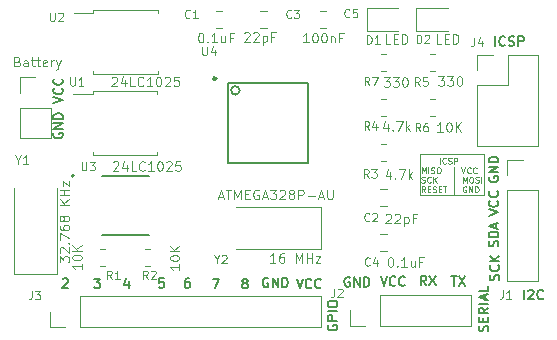
<source format=gto>
%TF.GenerationSoftware,KiCad,Pcbnew,7.0.5-0*%
%TF.CreationDate,2023-07-20T08:32:01+02:00*%
%TF.ProjectId,MCU-Datalogger,4d43552d-4461-4746-916c-6f676765722e,V1.0*%
%TF.SameCoordinates,Original*%
%TF.FileFunction,Legend,Top*%
%TF.FilePolarity,Positive*%
%FSLAX46Y46*%
G04 Gerber Fmt 4.6, Leading zero omitted, Abs format (unit mm)*
G04 Created by KiCad (PCBNEW 7.0.5-0) date 2023-07-20 08:32:01*
%MOMM*%
%LPD*%
G01*
G04 APERTURE LIST*
%ADD10C,0.100000*%
%ADD11C,0.150000*%
%ADD12C,0.120000*%
%ADD13C,0.152400*%
%ADD14C,0.254000*%
%ADD15C,0.127000*%
%ADD16C,0.200000*%
G04 APERTURE END LIST*
D10*
X164617400Y-90271600D02*
X170053000Y-90271600D01*
X170053000Y-93776800D01*
X164617400Y-93776800D01*
X164617400Y-90271600D01*
D11*
X154200474Y-100846695D02*
X154467141Y-101646695D01*
X154467141Y-101646695D02*
X154733807Y-100846695D01*
X155457617Y-101570504D02*
X155419521Y-101608600D01*
X155419521Y-101608600D02*
X155305236Y-101646695D01*
X155305236Y-101646695D02*
X155229045Y-101646695D01*
X155229045Y-101646695D02*
X155114759Y-101608600D01*
X155114759Y-101608600D02*
X155038569Y-101532409D01*
X155038569Y-101532409D02*
X155000474Y-101456219D01*
X155000474Y-101456219D02*
X154962378Y-101303838D01*
X154962378Y-101303838D02*
X154962378Y-101189552D01*
X154962378Y-101189552D02*
X155000474Y-101037171D01*
X155000474Y-101037171D02*
X155038569Y-100960980D01*
X155038569Y-100960980D02*
X155114759Y-100884790D01*
X155114759Y-100884790D02*
X155229045Y-100846695D01*
X155229045Y-100846695D02*
X155305236Y-100846695D01*
X155305236Y-100846695D02*
X155419521Y-100884790D01*
X155419521Y-100884790D02*
X155457617Y-100922885D01*
X156257617Y-101570504D02*
X156219521Y-101608600D01*
X156219521Y-101608600D02*
X156105236Y-101646695D01*
X156105236Y-101646695D02*
X156029045Y-101646695D01*
X156029045Y-101646695D02*
X155914759Y-101608600D01*
X155914759Y-101608600D02*
X155838569Y-101532409D01*
X155838569Y-101532409D02*
X155800474Y-101456219D01*
X155800474Y-101456219D02*
X155762378Y-101303838D01*
X155762378Y-101303838D02*
X155762378Y-101189552D01*
X155762378Y-101189552D02*
X155800474Y-101037171D01*
X155800474Y-101037171D02*
X155838569Y-100960980D01*
X155838569Y-100960980D02*
X155914759Y-100884790D01*
X155914759Y-100884790D02*
X156029045Y-100846695D01*
X156029045Y-100846695D02*
X156105236Y-100846695D01*
X156105236Y-100846695D02*
X156219521Y-100884790D01*
X156219521Y-100884790D02*
X156257617Y-100922885D01*
X170493495Y-95481525D02*
X171293495Y-95214858D01*
X171293495Y-95214858D02*
X170493495Y-94948192D01*
X171217304Y-94224382D02*
X171255400Y-94262478D01*
X171255400Y-94262478D02*
X171293495Y-94376763D01*
X171293495Y-94376763D02*
X171293495Y-94452954D01*
X171293495Y-94452954D02*
X171255400Y-94567240D01*
X171255400Y-94567240D02*
X171179209Y-94643430D01*
X171179209Y-94643430D02*
X171103019Y-94681525D01*
X171103019Y-94681525D02*
X170950638Y-94719621D01*
X170950638Y-94719621D02*
X170836352Y-94719621D01*
X170836352Y-94719621D02*
X170683971Y-94681525D01*
X170683971Y-94681525D02*
X170607780Y-94643430D01*
X170607780Y-94643430D02*
X170531590Y-94567240D01*
X170531590Y-94567240D02*
X170493495Y-94452954D01*
X170493495Y-94452954D02*
X170493495Y-94376763D01*
X170493495Y-94376763D02*
X170531590Y-94262478D01*
X170531590Y-94262478D02*
X170569685Y-94224382D01*
X171217304Y-93424382D02*
X171255400Y-93462478D01*
X171255400Y-93462478D02*
X171293495Y-93576763D01*
X171293495Y-93576763D02*
X171293495Y-93652954D01*
X171293495Y-93652954D02*
X171255400Y-93767240D01*
X171255400Y-93767240D02*
X171179209Y-93843430D01*
X171179209Y-93843430D02*
X171103019Y-93881525D01*
X171103019Y-93881525D02*
X170950638Y-93919621D01*
X170950638Y-93919621D02*
X170836352Y-93919621D01*
X170836352Y-93919621D02*
X170683971Y-93881525D01*
X170683971Y-93881525D02*
X170607780Y-93843430D01*
X170607780Y-93843430D02*
X170531590Y-93767240D01*
X170531590Y-93767240D02*
X170493495Y-93652954D01*
X170493495Y-93652954D02*
X170493495Y-93576763D01*
X170493495Y-93576763D02*
X170531590Y-93462478D01*
X170531590Y-93462478D02*
X170569685Y-93424382D01*
X139976417Y-101062561D02*
X139976417Y-101595895D01*
X139785941Y-100757800D02*
X139595464Y-101329228D01*
X139595464Y-101329228D02*
X140090703Y-101329228D01*
X171255400Y-98097735D02*
X171293495Y-97983449D01*
X171293495Y-97983449D02*
X171293495Y-97792973D01*
X171293495Y-97792973D02*
X171255400Y-97716782D01*
X171255400Y-97716782D02*
X171217304Y-97678687D01*
X171217304Y-97678687D02*
X171141114Y-97640592D01*
X171141114Y-97640592D02*
X171064923Y-97640592D01*
X171064923Y-97640592D02*
X170988733Y-97678687D01*
X170988733Y-97678687D02*
X170950638Y-97716782D01*
X170950638Y-97716782D02*
X170912542Y-97792973D01*
X170912542Y-97792973D02*
X170874447Y-97945354D01*
X170874447Y-97945354D02*
X170836352Y-98021544D01*
X170836352Y-98021544D02*
X170798257Y-98059639D01*
X170798257Y-98059639D02*
X170722066Y-98097735D01*
X170722066Y-98097735D02*
X170645876Y-98097735D01*
X170645876Y-98097735D02*
X170569685Y-98059639D01*
X170569685Y-98059639D02*
X170531590Y-98021544D01*
X170531590Y-98021544D02*
X170493495Y-97945354D01*
X170493495Y-97945354D02*
X170493495Y-97754877D01*
X170493495Y-97754877D02*
X170531590Y-97640592D01*
X171293495Y-97297734D02*
X170493495Y-97297734D01*
X170493495Y-97297734D02*
X170493495Y-97107258D01*
X170493495Y-97107258D02*
X170531590Y-96992972D01*
X170531590Y-96992972D02*
X170607780Y-96916782D01*
X170607780Y-96916782D02*
X170683971Y-96878687D01*
X170683971Y-96878687D02*
X170836352Y-96840591D01*
X170836352Y-96840591D02*
X170950638Y-96840591D01*
X170950638Y-96840591D02*
X171103019Y-96878687D01*
X171103019Y-96878687D02*
X171179209Y-96916782D01*
X171179209Y-96916782D02*
X171255400Y-96992972D01*
X171255400Y-96992972D02*
X171293495Y-97107258D01*
X171293495Y-97107258D02*
X171293495Y-97297734D01*
X171064923Y-96535830D02*
X171064923Y-96154877D01*
X171293495Y-96612020D02*
X170493495Y-96345353D01*
X170493495Y-96345353D02*
X171293495Y-96078687D01*
X137068169Y-100846695D02*
X137563407Y-100846695D01*
X137563407Y-100846695D02*
X137296741Y-101151457D01*
X137296741Y-101151457D02*
X137411026Y-101151457D01*
X137411026Y-101151457D02*
X137487217Y-101189552D01*
X137487217Y-101189552D02*
X137525312Y-101227647D01*
X137525312Y-101227647D02*
X137563407Y-101303838D01*
X137563407Y-101303838D02*
X137563407Y-101494314D01*
X137563407Y-101494314D02*
X137525312Y-101570504D01*
X137525312Y-101570504D02*
X137487217Y-101608600D01*
X137487217Y-101608600D02*
X137411026Y-101646695D01*
X137411026Y-101646695D02*
X137182455Y-101646695D01*
X137182455Y-101646695D02*
X137106264Y-101608600D01*
X137106264Y-101608600D02*
X137068169Y-101570504D01*
D10*
X166326044Y-91092209D02*
X166326044Y-90592209D01*
X166849853Y-91044590D02*
X166826044Y-91068400D01*
X166826044Y-91068400D02*
X166754615Y-91092209D01*
X166754615Y-91092209D02*
X166706996Y-91092209D01*
X166706996Y-91092209D02*
X166635568Y-91068400D01*
X166635568Y-91068400D02*
X166587949Y-91020780D01*
X166587949Y-91020780D02*
X166564139Y-90973161D01*
X166564139Y-90973161D02*
X166540330Y-90877923D01*
X166540330Y-90877923D02*
X166540330Y-90806495D01*
X166540330Y-90806495D02*
X166564139Y-90711257D01*
X166564139Y-90711257D02*
X166587949Y-90663638D01*
X166587949Y-90663638D02*
X166635568Y-90616019D01*
X166635568Y-90616019D02*
X166706996Y-90592209D01*
X166706996Y-90592209D02*
X166754615Y-90592209D01*
X166754615Y-90592209D02*
X166826044Y-90616019D01*
X166826044Y-90616019D02*
X166849853Y-90639828D01*
X167040330Y-91068400D02*
X167111758Y-91092209D01*
X167111758Y-91092209D02*
X167230806Y-91092209D01*
X167230806Y-91092209D02*
X167278425Y-91068400D01*
X167278425Y-91068400D02*
X167302234Y-91044590D01*
X167302234Y-91044590D02*
X167326044Y-90996971D01*
X167326044Y-90996971D02*
X167326044Y-90949352D01*
X167326044Y-90949352D02*
X167302234Y-90901733D01*
X167302234Y-90901733D02*
X167278425Y-90877923D01*
X167278425Y-90877923D02*
X167230806Y-90854114D01*
X167230806Y-90854114D02*
X167135568Y-90830304D01*
X167135568Y-90830304D02*
X167087949Y-90806495D01*
X167087949Y-90806495D02*
X167064139Y-90782685D01*
X167064139Y-90782685D02*
X167040330Y-90735066D01*
X167040330Y-90735066D02*
X167040330Y-90687447D01*
X167040330Y-90687447D02*
X167064139Y-90639828D01*
X167064139Y-90639828D02*
X167087949Y-90616019D01*
X167087949Y-90616019D02*
X167135568Y-90592209D01*
X167135568Y-90592209D02*
X167254615Y-90592209D01*
X167254615Y-90592209D02*
X167326044Y-90616019D01*
X167540329Y-91092209D02*
X167540329Y-90592209D01*
X167540329Y-90592209D02*
X167730805Y-90592209D01*
X167730805Y-90592209D02*
X167778424Y-90616019D01*
X167778424Y-90616019D02*
X167802234Y-90639828D01*
X167802234Y-90639828D02*
X167826043Y-90687447D01*
X167826043Y-90687447D02*
X167826043Y-90758876D01*
X167826043Y-90758876D02*
X167802234Y-90806495D01*
X167802234Y-90806495D02*
X167778424Y-90830304D01*
X167778424Y-90830304D02*
X167730805Y-90854114D01*
X167730805Y-90854114D02*
X167540329Y-90854114D01*
X164802236Y-91897209D02*
X164802236Y-91397209D01*
X164802236Y-91397209D02*
X164968903Y-91754352D01*
X164968903Y-91754352D02*
X165135569Y-91397209D01*
X165135569Y-91397209D02*
X165135569Y-91897209D01*
X165373665Y-91897209D02*
X165373665Y-91397209D01*
X165587951Y-91873400D02*
X165659379Y-91897209D01*
X165659379Y-91897209D02*
X165778427Y-91897209D01*
X165778427Y-91897209D02*
X165826046Y-91873400D01*
X165826046Y-91873400D02*
X165849855Y-91849590D01*
X165849855Y-91849590D02*
X165873665Y-91801971D01*
X165873665Y-91801971D02*
X165873665Y-91754352D01*
X165873665Y-91754352D02*
X165849855Y-91706733D01*
X165849855Y-91706733D02*
X165826046Y-91682923D01*
X165826046Y-91682923D02*
X165778427Y-91659114D01*
X165778427Y-91659114D02*
X165683189Y-91635304D01*
X165683189Y-91635304D02*
X165635570Y-91611495D01*
X165635570Y-91611495D02*
X165611760Y-91587685D01*
X165611760Y-91587685D02*
X165587951Y-91540066D01*
X165587951Y-91540066D02*
X165587951Y-91492447D01*
X165587951Y-91492447D02*
X165611760Y-91444828D01*
X165611760Y-91444828D02*
X165635570Y-91421019D01*
X165635570Y-91421019D02*
X165683189Y-91397209D01*
X165683189Y-91397209D02*
X165802236Y-91397209D01*
X165802236Y-91397209D02*
X165873665Y-91421019D01*
X166183188Y-91397209D02*
X166278426Y-91397209D01*
X166278426Y-91397209D02*
X166326045Y-91421019D01*
X166326045Y-91421019D02*
X166373664Y-91468638D01*
X166373664Y-91468638D02*
X166397474Y-91563876D01*
X166397474Y-91563876D02*
X166397474Y-91730542D01*
X166397474Y-91730542D02*
X166373664Y-91825780D01*
X166373664Y-91825780D02*
X166326045Y-91873400D01*
X166326045Y-91873400D02*
X166278426Y-91897209D01*
X166278426Y-91897209D02*
X166183188Y-91897209D01*
X166183188Y-91897209D02*
X166135569Y-91873400D01*
X166135569Y-91873400D02*
X166087950Y-91825780D01*
X166087950Y-91825780D02*
X166064141Y-91730542D01*
X166064141Y-91730542D02*
X166064141Y-91563876D01*
X166064141Y-91563876D02*
X166087950Y-91468638D01*
X166087950Y-91468638D02*
X166135569Y-91421019D01*
X166135569Y-91421019D02*
X166183188Y-91397209D01*
X167492712Y-92063876D02*
X167492712Y-91349590D01*
X168159378Y-91397209D02*
X168326044Y-91897209D01*
X168326044Y-91897209D02*
X168492711Y-91397209D01*
X168945091Y-91849590D02*
X168921282Y-91873400D01*
X168921282Y-91873400D02*
X168849853Y-91897209D01*
X168849853Y-91897209D02*
X168802234Y-91897209D01*
X168802234Y-91897209D02*
X168730806Y-91873400D01*
X168730806Y-91873400D02*
X168683187Y-91825780D01*
X168683187Y-91825780D02*
X168659377Y-91778161D01*
X168659377Y-91778161D02*
X168635568Y-91682923D01*
X168635568Y-91682923D02*
X168635568Y-91611495D01*
X168635568Y-91611495D02*
X168659377Y-91516257D01*
X168659377Y-91516257D02*
X168683187Y-91468638D01*
X168683187Y-91468638D02*
X168730806Y-91421019D01*
X168730806Y-91421019D02*
X168802234Y-91397209D01*
X168802234Y-91397209D02*
X168849853Y-91397209D01*
X168849853Y-91397209D02*
X168921282Y-91421019D01*
X168921282Y-91421019D02*
X168945091Y-91444828D01*
X169445091Y-91849590D02*
X169421282Y-91873400D01*
X169421282Y-91873400D02*
X169349853Y-91897209D01*
X169349853Y-91897209D02*
X169302234Y-91897209D01*
X169302234Y-91897209D02*
X169230806Y-91873400D01*
X169230806Y-91873400D02*
X169183187Y-91825780D01*
X169183187Y-91825780D02*
X169159377Y-91778161D01*
X169159377Y-91778161D02*
X169135568Y-91682923D01*
X169135568Y-91682923D02*
X169135568Y-91611495D01*
X169135568Y-91611495D02*
X169159377Y-91516257D01*
X169159377Y-91516257D02*
X169183187Y-91468638D01*
X169183187Y-91468638D02*
X169230806Y-91421019D01*
X169230806Y-91421019D02*
X169302234Y-91397209D01*
X169302234Y-91397209D02*
X169349853Y-91397209D01*
X169349853Y-91397209D02*
X169421282Y-91421019D01*
X169421282Y-91421019D02*
X169445091Y-91444828D01*
X164778427Y-92678400D02*
X164849855Y-92702209D01*
X164849855Y-92702209D02*
X164968903Y-92702209D01*
X164968903Y-92702209D02*
X165016522Y-92678400D01*
X165016522Y-92678400D02*
X165040331Y-92654590D01*
X165040331Y-92654590D02*
X165064141Y-92606971D01*
X165064141Y-92606971D02*
X165064141Y-92559352D01*
X165064141Y-92559352D02*
X165040331Y-92511733D01*
X165040331Y-92511733D02*
X165016522Y-92487923D01*
X165016522Y-92487923D02*
X164968903Y-92464114D01*
X164968903Y-92464114D02*
X164873665Y-92440304D01*
X164873665Y-92440304D02*
X164826046Y-92416495D01*
X164826046Y-92416495D02*
X164802236Y-92392685D01*
X164802236Y-92392685D02*
X164778427Y-92345066D01*
X164778427Y-92345066D02*
X164778427Y-92297447D01*
X164778427Y-92297447D02*
X164802236Y-92249828D01*
X164802236Y-92249828D02*
X164826046Y-92226019D01*
X164826046Y-92226019D02*
X164873665Y-92202209D01*
X164873665Y-92202209D02*
X164992712Y-92202209D01*
X164992712Y-92202209D02*
X165064141Y-92226019D01*
X165564140Y-92654590D02*
X165540331Y-92678400D01*
X165540331Y-92678400D02*
X165468902Y-92702209D01*
X165468902Y-92702209D02*
X165421283Y-92702209D01*
X165421283Y-92702209D02*
X165349855Y-92678400D01*
X165349855Y-92678400D02*
X165302236Y-92630780D01*
X165302236Y-92630780D02*
X165278426Y-92583161D01*
X165278426Y-92583161D02*
X165254617Y-92487923D01*
X165254617Y-92487923D02*
X165254617Y-92416495D01*
X165254617Y-92416495D02*
X165278426Y-92321257D01*
X165278426Y-92321257D02*
X165302236Y-92273638D01*
X165302236Y-92273638D02*
X165349855Y-92226019D01*
X165349855Y-92226019D02*
X165421283Y-92202209D01*
X165421283Y-92202209D02*
X165468902Y-92202209D01*
X165468902Y-92202209D02*
X165540331Y-92226019D01*
X165540331Y-92226019D02*
X165564140Y-92249828D01*
X165778426Y-92702209D02*
X165778426Y-92202209D01*
X166064140Y-92702209D02*
X165849855Y-92416495D01*
X166064140Y-92202209D02*
X165778426Y-92487923D01*
X167540330Y-92868876D02*
X167540330Y-92154590D01*
X168278424Y-92702209D02*
X168278424Y-92202209D01*
X168278424Y-92202209D02*
X168445091Y-92559352D01*
X168445091Y-92559352D02*
X168611757Y-92202209D01*
X168611757Y-92202209D02*
X168611757Y-92702209D01*
X168945091Y-92202209D02*
X169040329Y-92202209D01*
X169040329Y-92202209D02*
X169087948Y-92226019D01*
X169087948Y-92226019D02*
X169135567Y-92273638D01*
X169135567Y-92273638D02*
X169159377Y-92368876D01*
X169159377Y-92368876D02*
X169159377Y-92535542D01*
X169159377Y-92535542D02*
X169135567Y-92630780D01*
X169135567Y-92630780D02*
X169087948Y-92678400D01*
X169087948Y-92678400D02*
X169040329Y-92702209D01*
X169040329Y-92702209D02*
X168945091Y-92702209D01*
X168945091Y-92702209D02*
X168897472Y-92678400D01*
X168897472Y-92678400D02*
X168849853Y-92630780D01*
X168849853Y-92630780D02*
X168826044Y-92535542D01*
X168826044Y-92535542D02*
X168826044Y-92368876D01*
X168826044Y-92368876D02*
X168849853Y-92273638D01*
X168849853Y-92273638D02*
X168897472Y-92226019D01*
X168897472Y-92226019D02*
X168945091Y-92202209D01*
X169349854Y-92678400D02*
X169421282Y-92702209D01*
X169421282Y-92702209D02*
X169540330Y-92702209D01*
X169540330Y-92702209D02*
X169587949Y-92678400D01*
X169587949Y-92678400D02*
X169611758Y-92654590D01*
X169611758Y-92654590D02*
X169635568Y-92606971D01*
X169635568Y-92606971D02*
X169635568Y-92559352D01*
X169635568Y-92559352D02*
X169611758Y-92511733D01*
X169611758Y-92511733D02*
X169587949Y-92487923D01*
X169587949Y-92487923D02*
X169540330Y-92464114D01*
X169540330Y-92464114D02*
X169445092Y-92440304D01*
X169445092Y-92440304D02*
X169397473Y-92416495D01*
X169397473Y-92416495D02*
X169373663Y-92392685D01*
X169373663Y-92392685D02*
X169349854Y-92345066D01*
X169349854Y-92345066D02*
X169349854Y-92297447D01*
X169349854Y-92297447D02*
X169373663Y-92249828D01*
X169373663Y-92249828D02*
X169397473Y-92226019D01*
X169397473Y-92226019D02*
X169445092Y-92202209D01*
X169445092Y-92202209D02*
X169564139Y-92202209D01*
X169564139Y-92202209D02*
X169635568Y-92226019D01*
X169849853Y-92702209D02*
X169849853Y-92202209D01*
X165087950Y-93507209D02*
X164921284Y-93269114D01*
X164802236Y-93507209D02*
X164802236Y-93007209D01*
X164802236Y-93007209D02*
X164992712Y-93007209D01*
X164992712Y-93007209D02*
X165040331Y-93031019D01*
X165040331Y-93031019D02*
X165064141Y-93054828D01*
X165064141Y-93054828D02*
X165087950Y-93102447D01*
X165087950Y-93102447D02*
X165087950Y-93173876D01*
X165087950Y-93173876D02*
X165064141Y-93221495D01*
X165064141Y-93221495D02*
X165040331Y-93245304D01*
X165040331Y-93245304D02*
X164992712Y-93269114D01*
X164992712Y-93269114D02*
X164802236Y-93269114D01*
X165302236Y-93245304D02*
X165468903Y-93245304D01*
X165540331Y-93507209D02*
X165302236Y-93507209D01*
X165302236Y-93507209D02*
X165302236Y-93007209D01*
X165302236Y-93007209D02*
X165540331Y-93007209D01*
X165730808Y-93483400D02*
X165802236Y-93507209D01*
X165802236Y-93507209D02*
X165921284Y-93507209D01*
X165921284Y-93507209D02*
X165968903Y-93483400D01*
X165968903Y-93483400D02*
X165992712Y-93459590D01*
X165992712Y-93459590D02*
X166016522Y-93411971D01*
X166016522Y-93411971D02*
X166016522Y-93364352D01*
X166016522Y-93364352D02*
X165992712Y-93316733D01*
X165992712Y-93316733D02*
X165968903Y-93292923D01*
X165968903Y-93292923D02*
X165921284Y-93269114D01*
X165921284Y-93269114D02*
X165826046Y-93245304D01*
X165826046Y-93245304D02*
X165778427Y-93221495D01*
X165778427Y-93221495D02*
X165754617Y-93197685D01*
X165754617Y-93197685D02*
X165730808Y-93150066D01*
X165730808Y-93150066D02*
X165730808Y-93102447D01*
X165730808Y-93102447D02*
X165754617Y-93054828D01*
X165754617Y-93054828D02*
X165778427Y-93031019D01*
X165778427Y-93031019D02*
X165826046Y-93007209D01*
X165826046Y-93007209D02*
X165945093Y-93007209D01*
X165945093Y-93007209D02*
X166016522Y-93031019D01*
X166230807Y-93245304D02*
X166397474Y-93245304D01*
X166468902Y-93507209D02*
X166230807Y-93507209D01*
X166230807Y-93507209D02*
X166230807Y-93007209D01*
X166230807Y-93007209D02*
X166468902Y-93007209D01*
X166611760Y-93007209D02*
X166897474Y-93007209D01*
X166754617Y-93507209D02*
X166754617Y-93007209D01*
X167564140Y-93673876D02*
X167564140Y-92959590D01*
X168564139Y-93031019D02*
X168516520Y-93007209D01*
X168516520Y-93007209D02*
X168445091Y-93007209D01*
X168445091Y-93007209D02*
X168373663Y-93031019D01*
X168373663Y-93031019D02*
X168326044Y-93078638D01*
X168326044Y-93078638D02*
X168302234Y-93126257D01*
X168302234Y-93126257D02*
X168278425Y-93221495D01*
X168278425Y-93221495D02*
X168278425Y-93292923D01*
X168278425Y-93292923D02*
X168302234Y-93388161D01*
X168302234Y-93388161D02*
X168326044Y-93435780D01*
X168326044Y-93435780D02*
X168373663Y-93483400D01*
X168373663Y-93483400D02*
X168445091Y-93507209D01*
X168445091Y-93507209D02*
X168492710Y-93507209D01*
X168492710Y-93507209D02*
X168564139Y-93483400D01*
X168564139Y-93483400D02*
X168587948Y-93459590D01*
X168587948Y-93459590D02*
X168587948Y-93292923D01*
X168587948Y-93292923D02*
X168492710Y-93292923D01*
X168802234Y-93507209D02*
X168802234Y-93007209D01*
X168802234Y-93007209D02*
X169087948Y-93507209D01*
X169087948Y-93507209D02*
X169087948Y-93007209D01*
X169326044Y-93507209D02*
X169326044Y-93007209D01*
X169326044Y-93007209D02*
X169445092Y-93007209D01*
X169445092Y-93007209D02*
X169516520Y-93031019D01*
X169516520Y-93031019D02*
X169564139Y-93078638D01*
X169564139Y-93078638D02*
X169587949Y-93126257D01*
X169587949Y-93126257D02*
X169611758Y-93221495D01*
X169611758Y-93221495D02*
X169611758Y-93292923D01*
X169611758Y-93292923D02*
X169587949Y-93388161D01*
X169587949Y-93388161D02*
X169564139Y-93435780D01*
X169564139Y-93435780D02*
X169516520Y-93483400D01*
X169516520Y-93483400D02*
X169445092Y-93507209D01*
X169445092Y-93507209D02*
X169326044Y-93507209D01*
D11*
X167306874Y-100643495D02*
X167764017Y-100643495D01*
X167535445Y-101443495D02*
X167535445Y-100643495D01*
X167954493Y-100643495D02*
X168487827Y-101443495D01*
X168487827Y-100643495D02*
X167954493Y-101443495D01*
X145107217Y-100795895D02*
X144954836Y-100795895D01*
X144954836Y-100795895D02*
X144878645Y-100833990D01*
X144878645Y-100833990D02*
X144840550Y-100872085D01*
X144840550Y-100872085D02*
X144764360Y-100986371D01*
X144764360Y-100986371D02*
X144726264Y-101138752D01*
X144726264Y-101138752D02*
X144726264Y-101443514D01*
X144726264Y-101443514D02*
X144764360Y-101519704D01*
X144764360Y-101519704D02*
X144802455Y-101557800D01*
X144802455Y-101557800D02*
X144878645Y-101595895D01*
X144878645Y-101595895D02*
X145031026Y-101595895D01*
X145031026Y-101595895D02*
X145107217Y-101557800D01*
X145107217Y-101557800D02*
X145145312Y-101519704D01*
X145145312Y-101519704D02*
X145183407Y-101443514D01*
X145183407Y-101443514D02*
X145183407Y-101253038D01*
X145183407Y-101253038D02*
X145145312Y-101176847D01*
X145145312Y-101176847D02*
X145107217Y-101138752D01*
X145107217Y-101138752D02*
X145031026Y-101100657D01*
X145031026Y-101100657D02*
X144878645Y-101100657D01*
X144878645Y-101100657D02*
X144802455Y-101138752D01*
X144802455Y-101138752D02*
X144764360Y-101176847D01*
X144764360Y-101176847D02*
X144726264Y-101253038D01*
X133612695Y-85981925D02*
X134412695Y-85715258D01*
X134412695Y-85715258D02*
X133612695Y-85448592D01*
X134336504Y-84724782D02*
X134374600Y-84762878D01*
X134374600Y-84762878D02*
X134412695Y-84877163D01*
X134412695Y-84877163D02*
X134412695Y-84953354D01*
X134412695Y-84953354D02*
X134374600Y-85067640D01*
X134374600Y-85067640D02*
X134298409Y-85143830D01*
X134298409Y-85143830D02*
X134222219Y-85181925D01*
X134222219Y-85181925D02*
X134069838Y-85220021D01*
X134069838Y-85220021D02*
X133955552Y-85220021D01*
X133955552Y-85220021D02*
X133803171Y-85181925D01*
X133803171Y-85181925D02*
X133726980Y-85143830D01*
X133726980Y-85143830D02*
X133650790Y-85067640D01*
X133650790Y-85067640D02*
X133612695Y-84953354D01*
X133612695Y-84953354D02*
X133612695Y-84877163D01*
X133612695Y-84877163D02*
X133650790Y-84762878D01*
X133650790Y-84762878D02*
X133688885Y-84724782D01*
X134336504Y-83924782D02*
X134374600Y-83962878D01*
X134374600Y-83962878D02*
X134412695Y-84077163D01*
X134412695Y-84077163D02*
X134412695Y-84153354D01*
X134412695Y-84153354D02*
X134374600Y-84267640D01*
X134374600Y-84267640D02*
X134298409Y-84343830D01*
X134298409Y-84343830D02*
X134222219Y-84381925D01*
X134222219Y-84381925D02*
X134069838Y-84420021D01*
X134069838Y-84420021D02*
X133955552Y-84420021D01*
X133955552Y-84420021D02*
X133803171Y-84381925D01*
X133803171Y-84381925D02*
X133726980Y-84343830D01*
X133726980Y-84343830D02*
X133650790Y-84267640D01*
X133650790Y-84267640D02*
X133612695Y-84153354D01*
X133612695Y-84153354D02*
X133612695Y-84077163D01*
X133612695Y-84077163D02*
X133650790Y-83962878D01*
X133650790Y-83962878D02*
X133688885Y-83924782D01*
X161312474Y-100643495D02*
X161579141Y-101443495D01*
X161579141Y-101443495D02*
X161845807Y-100643495D01*
X162569617Y-101367304D02*
X162531521Y-101405400D01*
X162531521Y-101405400D02*
X162417236Y-101443495D01*
X162417236Y-101443495D02*
X162341045Y-101443495D01*
X162341045Y-101443495D02*
X162226759Y-101405400D01*
X162226759Y-101405400D02*
X162150569Y-101329209D01*
X162150569Y-101329209D02*
X162112474Y-101253019D01*
X162112474Y-101253019D02*
X162074378Y-101100638D01*
X162074378Y-101100638D02*
X162074378Y-100986352D01*
X162074378Y-100986352D02*
X162112474Y-100833971D01*
X162112474Y-100833971D02*
X162150569Y-100757780D01*
X162150569Y-100757780D02*
X162226759Y-100681590D01*
X162226759Y-100681590D02*
X162341045Y-100643495D01*
X162341045Y-100643495D02*
X162417236Y-100643495D01*
X162417236Y-100643495D02*
X162531521Y-100681590D01*
X162531521Y-100681590D02*
X162569617Y-100719685D01*
X163369617Y-101367304D02*
X163331521Y-101405400D01*
X163331521Y-101405400D02*
X163217236Y-101443495D01*
X163217236Y-101443495D02*
X163141045Y-101443495D01*
X163141045Y-101443495D02*
X163026759Y-101405400D01*
X163026759Y-101405400D02*
X162950569Y-101329209D01*
X162950569Y-101329209D02*
X162912474Y-101253019D01*
X162912474Y-101253019D02*
X162874378Y-101100638D01*
X162874378Y-101100638D02*
X162874378Y-100986352D01*
X162874378Y-100986352D02*
X162912474Y-100833971D01*
X162912474Y-100833971D02*
X162950569Y-100757780D01*
X162950569Y-100757780D02*
X163026759Y-100681590D01*
X163026759Y-100681590D02*
X163141045Y-100643495D01*
X163141045Y-100643495D02*
X163217236Y-100643495D01*
X163217236Y-100643495D02*
X163331521Y-100681590D01*
X163331521Y-100681590D02*
X163369617Y-100719685D01*
X151787407Y-100783190D02*
X151711217Y-100745095D01*
X151711217Y-100745095D02*
X151596931Y-100745095D01*
X151596931Y-100745095D02*
X151482645Y-100783190D01*
X151482645Y-100783190D02*
X151406455Y-100859380D01*
X151406455Y-100859380D02*
X151368360Y-100935571D01*
X151368360Y-100935571D02*
X151330264Y-101087952D01*
X151330264Y-101087952D02*
X151330264Y-101202238D01*
X151330264Y-101202238D02*
X151368360Y-101354619D01*
X151368360Y-101354619D02*
X151406455Y-101430809D01*
X151406455Y-101430809D02*
X151482645Y-101507000D01*
X151482645Y-101507000D02*
X151596931Y-101545095D01*
X151596931Y-101545095D02*
X151673122Y-101545095D01*
X151673122Y-101545095D02*
X151787407Y-101507000D01*
X151787407Y-101507000D02*
X151825503Y-101468904D01*
X151825503Y-101468904D02*
X151825503Y-101202238D01*
X151825503Y-101202238D02*
X151673122Y-101202238D01*
X152168360Y-101545095D02*
X152168360Y-100745095D01*
X152168360Y-100745095D02*
X152625503Y-101545095D01*
X152625503Y-101545095D02*
X152625503Y-100745095D01*
X153006455Y-101545095D02*
X153006455Y-100745095D01*
X153006455Y-100745095D02*
X153196931Y-100745095D01*
X153196931Y-100745095D02*
X153311217Y-100783190D01*
X153311217Y-100783190D02*
X153387407Y-100859380D01*
X153387407Y-100859380D02*
X153425502Y-100935571D01*
X153425502Y-100935571D02*
X153463598Y-101087952D01*
X153463598Y-101087952D02*
X153463598Y-101202238D01*
X153463598Y-101202238D02*
X153425502Y-101354619D01*
X153425502Y-101354619D02*
X153387407Y-101430809D01*
X153387407Y-101430809D02*
X153311217Y-101507000D01*
X153311217Y-101507000D02*
X153196931Y-101545095D01*
X153196931Y-101545095D02*
X153006455Y-101545095D01*
X171027960Y-81123495D02*
X171027960Y-80323495D01*
X171866055Y-81047304D02*
X171827959Y-81085400D01*
X171827959Y-81085400D02*
X171713674Y-81123495D01*
X171713674Y-81123495D02*
X171637483Y-81123495D01*
X171637483Y-81123495D02*
X171523197Y-81085400D01*
X171523197Y-81085400D02*
X171447007Y-81009209D01*
X171447007Y-81009209D02*
X171408912Y-80933019D01*
X171408912Y-80933019D02*
X171370816Y-80780638D01*
X171370816Y-80780638D02*
X171370816Y-80666352D01*
X171370816Y-80666352D02*
X171408912Y-80513971D01*
X171408912Y-80513971D02*
X171447007Y-80437780D01*
X171447007Y-80437780D02*
X171523197Y-80361590D01*
X171523197Y-80361590D02*
X171637483Y-80323495D01*
X171637483Y-80323495D02*
X171713674Y-80323495D01*
X171713674Y-80323495D02*
X171827959Y-80361590D01*
X171827959Y-80361590D02*
X171866055Y-80399685D01*
X172170816Y-81085400D02*
X172285102Y-81123495D01*
X172285102Y-81123495D02*
X172475578Y-81123495D01*
X172475578Y-81123495D02*
X172551769Y-81085400D01*
X172551769Y-81085400D02*
X172589864Y-81047304D01*
X172589864Y-81047304D02*
X172627959Y-80971114D01*
X172627959Y-80971114D02*
X172627959Y-80894923D01*
X172627959Y-80894923D02*
X172589864Y-80818733D01*
X172589864Y-80818733D02*
X172551769Y-80780638D01*
X172551769Y-80780638D02*
X172475578Y-80742542D01*
X172475578Y-80742542D02*
X172323197Y-80704447D01*
X172323197Y-80704447D02*
X172247007Y-80666352D01*
X172247007Y-80666352D02*
X172208912Y-80628257D01*
X172208912Y-80628257D02*
X172170816Y-80552066D01*
X172170816Y-80552066D02*
X172170816Y-80475876D01*
X172170816Y-80475876D02*
X172208912Y-80399685D01*
X172208912Y-80399685D02*
X172247007Y-80361590D01*
X172247007Y-80361590D02*
X172323197Y-80323495D01*
X172323197Y-80323495D02*
X172513674Y-80323495D01*
X172513674Y-80323495D02*
X172627959Y-80361590D01*
X172970817Y-81123495D02*
X172970817Y-80323495D01*
X172970817Y-80323495D02*
X173275579Y-80323495D01*
X173275579Y-80323495D02*
X173351769Y-80361590D01*
X173351769Y-80361590D02*
X173389864Y-80399685D01*
X173389864Y-80399685D02*
X173427960Y-80475876D01*
X173427960Y-80475876D02*
X173427960Y-80590161D01*
X173427960Y-80590161D02*
X173389864Y-80666352D01*
X173389864Y-80666352D02*
X173351769Y-80704447D01*
X173351769Y-80704447D02*
X173275579Y-80742542D01*
X173275579Y-80742542D02*
X172970817Y-80742542D01*
X173466360Y-102561095D02*
X173466360Y-101761095D01*
X173809216Y-101837285D02*
X173847312Y-101799190D01*
X173847312Y-101799190D02*
X173923502Y-101761095D01*
X173923502Y-101761095D02*
X174113978Y-101761095D01*
X174113978Y-101761095D02*
X174190169Y-101799190D01*
X174190169Y-101799190D02*
X174228264Y-101837285D01*
X174228264Y-101837285D02*
X174266359Y-101913476D01*
X174266359Y-101913476D02*
X174266359Y-101989666D01*
X174266359Y-101989666D02*
X174228264Y-102103952D01*
X174228264Y-102103952D02*
X173771121Y-102561095D01*
X173771121Y-102561095D02*
X174266359Y-102561095D01*
X175066360Y-102484904D02*
X175028264Y-102523000D01*
X175028264Y-102523000D02*
X174913979Y-102561095D01*
X174913979Y-102561095D02*
X174837788Y-102561095D01*
X174837788Y-102561095D02*
X174723502Y-102523000D01*
X174723502Y-102523000D02*
X174647312Y-102446809D01*
X174647312Y-102446809D02*
X174609217Y-102370619D01*
X174609217Y-102370619D02*
X174571121Y-102218238D01*
X174571121Y-102218238D02*
X174571121Y-102103952D01*
X174571121Y-102103952D02*
X174609217Y-101951571D01*
X174609217Y-101951571D02*
X174647312Y-101875380D01*
X174647312Y-101875380D02*
X174723502Y-101799190D01*
X174723502Y-101799190D02*
X174837788Y-101761095D01*
X174837788Y-101761095D02*
X174913979Y-101761095D01*
X174913979Y-101761095D02*
X175028264Y-101799190D01*
X175028264Y-101799190D02*
X175066360Y-101837285D01*
X158696207Y-100732390D02*
X158620017Y-100694295D01*
X158620017Y-100694295D02*
X158505731Y-100694295D01*
X158505731Y-100694295D02*
X158391445Y-100732390D01*
X158391445Y-100732390D02*
X158315255Y-100808580D01*
X158315255Y-100808580D02*
X158277160Y-100884771D01*
X158277160Y-100884771D02*
X158239064Y-101037152D01*
X158239064Y-101037152D02*
X158239064Y-101151438D01*
X158239064Y-101151438D02*
X158277160Y-101303819D01*
X158277160Y-101303819D02*
X158315255Y-101380009D01*
X158315255Y-101380009D02*
X158391445Y-101456200D01*
X158391445Y-101456200D02*
X158505731Y-101494295D01*
X158505731Y-101494295D02*
X158581922Y-101494295D01*
X158581922Y-101494295D02*
X158696207Y-101456200D01*
X158696207Y-101456200D02*
X158734303Y-101418104D01*
X158734303Y-101418104D02*
X158734303Y-101151438D01*
X158734303Y-101151438D02*
X158581922Y-101151438D01*
X159077160Y-101494295D02*
X159077160Y-100694295D01*
X159077160Y-100694295D02*
X159534303Y-101494295D01*
X159534303Y-101494295D02*
X159534303Y-100694295D01*
X159915255Y-101494295D02*
X159915255Y-100694295D01*
X159915255Y-100694295D02*
X160105731Y-100694295D01*
X160105731Y-100694295D02*
X160220017Y-100732390D01*
X160220017Y-100732390D02*
X160296207Y-100808580D01*
X160296207Y-100808580D02*
X160334302Y-100884771D01*
X160334302Y-100884771D02*
X160372398Y-101037152D01*
X160372398Y-101037152D02*
X160372398Y-101151438D01*
X160372398Y-101151438D02*
X160334302Y-101303819D01*
X160334302Y-101303819D02*
X160296207Y-101380009D01*
X160296207Y-101380009D02*
X160220017Y-101456200D01*
X160220017Y-101456200D02*
X160105731Y-101494295D01*
X160105731Y-101494295D02*
X159915255Y-101494295D01*
X134413864Y-100872085D02*
X134451960Y-100833990D01*
X134451960Y-100833990D02*
X134528150Y-100795895D01*
X134528150Y-100795895D02*
X134718626Y-100795895D01*
X134718626Y-100795895D02*
X134794817Y-100833990D01*
X134794817Y-100833990D02*
X134832912Y-100872085D01*
X134832912Y-100872085D02*
X134871007Y-100948276D01*
X134871007Y-100948276D02*
X134871007Y-101024466D01*
X134871007Y-101024466D02*
X134832912Y-101138752D01*
X134832912Y-101138752D02*
X134375769Y-101595895D01*
X134375769Y-101595895D02*
X134871007Y-101595895D01*
X147126569Y-100846695D02*
X147659903Y-100846695D01*
X147659903Y-100846695D02*
X147317045Y-101646695D01*
X142960912Y-100795895D02*
X142579960Y-100795895D01*
X142579960Y-100795895D02*
X142541864Y-101176847D01*
X142541864Y-101176847D02*
X142579960Y-101138752D01*
X142579960Y-101138752D02*
X142656150Y-101100657D01*
X142656150Y-101100657D02*
X142846626Y-101100657D01*
X142846626Y-101100657D02*
X142922817Y-101138752D01*
X142922817Y-101138752D02*
X142960912Y-101176847D01*
X142960912Y-101176847D02*
X142999007Y-101253038D01*
X142999007Y-101253038D02*
X142999007Y-101443514D01*
X142999007Y-101443514D02*
X142960912Y-101519704D01*
X142960912Y-101519704D02*
X142922817Y-101557800D01*
X142922817Y-101557800D02*
X142846626Y-101595895D01*
X142846626Y-101595895D02*
X142656150Y-101595895D01*
X142656150Y-101595895D02*
X142579960Y-101557800D01*
X142579960Y-101557800D02*
X142541864Y-101519704D01*
X171306200Y-100942535D02*
X171344295Y-100828249D01*
X171344295Y-100828249D02*
X171344295Y-100637773D01*
X171344295Y-100637773D02*
X171306200Y-100561582D01*
X171306200Y-100561582D02*
X171268104Y-100523487D01*
X171268104Y-100523487D02*
X171191914Y-100485392D01*
X171191914Y-100485392D02*
X171115723Y-100485392D01*
X171115723Y-100485392D02*
X171039533Y-100523487D01*
X171039533Y-100523487D02*
X171001438Y-100561582D01*
X171001438Y-100561582D02*
X170963342Y-100637773D01*
X170963342Y-100637773D02*
X170925247Y-100790154D01*
X170925247Y-100790154D02*
X170887152Y-100866344D01*
X170887152Y-100866344D02*
X170849057Y-100904439D01*
X170849057Y-100904439D02*
X170772866Y-100942535D01*
X170772866Y-100942535D02*
X170696676Y-100942535D01*
X170696676Y-100942535D02*
X170620485Y-100904439D01*
X170620485Y-100904439D02*
X170582390Y-100866344D01*
X170582390Y-100866344D02*
X170544295Y-100790154D01*
X170544295Y-100790154D02*
X170544295Y-100599677D01*
X170544295Y-100599677D02*
X170582390Y-100485392D01*
X171268104Y-99685391D02*
X171306200Y-99723487D01*
X171306200Y-99723487D02*
X171344295Y-99837772D01*
X171344295Y-99837772D02*
X171344295Y-99913963D01*
X171344295Y-99913963D02*
X171306200Y-100028249D01*
X171306200Y-100028249D02*
X171230009Y-100104439D01*
X171230009Y-100104439D02*
X171153819Y-100142534D01*
X171153819Y-100142534D02*
X171001438Y-100180630D01*
X171001438Y-100180630D02*
X170887152Y-100180630D01*
X170887152Y-100180630D02*
X170734771Y-100142534D01*
X170734771Y-100142534D02*
X170658580Y-100104439D01*
X170658580Y-100104439D02*
X170582390Y-100028249D01*
X170582390Y-100028249D02*
X170544295Y-99913963D01*
X170544295Y-99913963D02*
X170544295Y-99837772D01*
X170544295Y-99837772D02*
X170582390Y-99723487D01*
X170582390Y-99723487D02*
X170620485Y-99685391D01*
X171344295Y-99342534D02*
X170544295Y-99342534D01*
X171344295Y-98885391D02*
X170887152Y-99228249D01*
X170544295Y-98885391D02*
X171001438Y-99342534D01*
X170531590Y-92204992D02*
X170493495Y-92281182D01*
X170493495Y-92281182D02*
X170493495Y-92395468D01*
X170493495Y-92395468D02*
X170531590Y-92509754D01*
X170531590Y-92509754D02*
X170607780Y-92585944D01*
X170607780Y-92585944D02*
X170683971Y-92624039D01*
X170683971Y-92624039D02*
X170836352Y-92662135D01*
X170836352Y-92662135D02*
X170950638Y-92662135D01*
X170950638Y-92662135D02*
X171103019Y-92624039D01*
X171103019Y-92624039D02*
X171179209Y-92585944D01*
X171179209Y-92585944D02*
X171255400Y-92509754D01*
X171255400Y-92509754D02*
X171293495Y-92395468D01*
X171293495Y-92395468D02*
X171293495Y-92319277D01*
X171293495Y-92319277D02*
X171255400Y-92204992D01*
X171255400Y-92204992D02*
X171217304Y-92166896D01*
X171217304Y-92166896D02*
X170950638Y-92166896D01*
X170950638Y-92166896D02*
X170950638Y-92319277D01*
X171293495Y-91824039D02*
X170493495Y-91824039D01*
X170493495Y-91824039D02*
X171293495Y-91366896D01*
X171293495Y-91366896D02*
X170493495Y-91366896D01*
X171293495Y-90985944D02*
X170493495Y-90985944D01*
X170493495Y-90985944D02*
X170493495Y-90795468D01*
X170493495Y-90795468D02*
X170531590Y-90681182D01*
X170531590Y-90681182D02*
X170607780Y-90604992D01*
X170607780Y-90604992D02*
X170683971Y-90566897D01*
X170683971Y-90566897D02*
X170836352Y-90528801D01*
X170836352Y-90528801D02*
X170950638Y-90528801D01*
X170950638Y-90528801D02*
X171103019Y-90566897D01*
X171103019Y-90566897D02*
X171179209Y-90604992D01*
X171179209Y-90604992D02*
X171255400Y-90681182D01*
X171255400Y-90681182D02*
X171293495Y-90795468D01*
X171293495Y-90795468D02*
X171293495Y-90985944D01*
X149755445Y-101189552D02*
X149679255Y-101151457D01*
X149679255Y-101151457D02*
X149641160Y-101113361D01*
X149641160Y-101113361D02*
X149603064Y-101037171D01*
X149603064Y-101037171D02*
X149603064Y-100999076D01*
X149603064Y-100999076D02*
X149641160Y-100922885D01*
X149641160Y-100922885D02*
X149679255Y-100884790D01*
X149679255Y-100884790D02*
X149755445Y-100846695D01*
X149755445Y-100846695D02*
X149907826Y-100846695D01*
X149907826Y-100846695D02*
X149984017Y-100884790D01*
X149984017Y-100884790D02*
X150022112Y-100922885D01*
X150022112Y-100922885D02*
X150060207Y-100999076D01*
X150060207Y-100999076D02*
X150060207Y-101037171D01*
X150060207Y-101037171D02*
X150022112Y-101113361D01*
X150022112Y-101113361D02*
X149984017Y-101151457D01*
X149984017Y-101151457D02*
X149907826Y-101189552D01*
X149907826Y-101189552D02*
X149755445Y-101189552D01*
X149755445Y-101189552D02*
X149679255Y-101227647D01*
X149679255Y-101227647D02*
X149641160Y-101265742D01*
X149641160Y-101265742D02*
X149603064Y-101341933D01*
X149603064Y-101341933D02*
X149603064Y-101494314D01*
X149603064Y-101494314D02*
X149641160Y-101570504D01*
X149641160Y-101570504D02*
X149679255Y-101608600D01*
X149679255Y-101608600D02*
X149755445Y-101646695D01*
X149755445Y-101646695D02*
X149907826Y-101646695D01*
X149907826Y-101646695D02*
X149984017Y-101608600D01*
X149984017Y-101608600D02*
X150022112Y-101570504D01*
X150022112Y-101570504D02*
X150060207Y-101494314D01*
X150060207Y-101494314D02*
X150060207Y-101341933D01*
X150060207Y-101341933D02*
X150022112Y-101265742D01*
X150022112Y-101265742D02*
X149984017Y-101227647D01*
X149984017Y-101227647D02*
X149907826Y-101189552D01*
X170391800Y-105260535D02*
X170429895Y-105146249D01*
X170429895Y-105146249D02*
X170429895Y-104955773D01*
X170429895Y-104955773D02*
X170391800Y-104879582D01*
X170391800Y-104879582D02*
X170353704Y-104841487D01*
X170353704Y-104841487D02*
X170277514Y-104803392D01*
X170277514Y-104803392D02*
X170201323Y-104803392D01*
X170201323Y-104803392D02*
X170125133Y-104841487D01*
X170125133Y-104841487D02*
X170087038Y-104879582D01*
X170087038Y-104879582D02*
X170048942Y-104955773D01*
X170048942Y-104955773D02*
X170010847Y-105108154D01*
X170010847Y-105108154D02*
X169972752Y-105184344D01*
X169972752Y-105184344D02*
X169934657Y-105222439D01*
X169934657Y-105222439D02*
X169858466Y-105260535D01*
X169858466Y-105260535D02*
X169782276Y-105260535D01*
X169782276Y-105260535D02*
X169706085Y-105222439D01*
X169706085Y-105222439D02*
X169667990Y-105184344D01*
X169667990Y-105184344D02*
X169629895Y-105108154D01*
X169629895Y-105108154D02*
X169629895Y-104917677D01*
X169629895Y-104917677D02*
X169667990Y-104803392D01*
X170010847Y-104460534D02*
X170010847Y-104193868D01*
X170429895Y-104079582D02*
X170429895Y-104460534D01*
X170429895Y-104460534D02*
X169629895Y-104460534D01*
X169629895Y-104460534D02*
X169629895Y-104079582D01*
X170429895Y-103279581D02*
X170048942Y-103546248D01*
X170429895Y-103736724D02*
X169629895Y-103736724D01*
X169629895Y-103736724D02*
X169629895Y-103431962D01*
X169629895Y-103431962D02*
X169667990Y-103355772D01*
X169667990Y-103355772D02*
X169706085Y-103317677D01*
X169706085Y-103317677D02*
X169782276Y-103279581D01*
X169782276Y-103279581D02*
X169896561Y-103279581D01*
X169896561Y-103279581D02*
X169972752Y-103317677D01*
X169972752Y-103317677D02*
X170010847Y-103355772D01*
X170010847Y-103355772D02*
X170048942Y-103431962D01*
X170048942Y-103431962D02*
X170048942Y-103736724D01*
X170429895Y-102936724D02*
X169629895Y-102936724D01*
X170201323Y-102593868D02*
X170201323Y-102212915D01*
X170429895Y-102670058D02*
X169629895Y-102403391D01*
X169629895Y-102403391D02*
X170429895Y-102136725D01*
X170429895Y-101489106D02*
X170429895Y-101870058D01*
X170429895Y-101870058D02*
X169629895Y-101870058D01*
X133650790Y-88496592D02*
X133612695Y-88572782D01*
X133612695Y-88572782D02*
X133612695Y-88687068D01*
X133612695Y-88687068D02*
X133650790Y-88801354D01*
X133650790Y-88801354D02*
X133726980Y-88877544D01*
X133726980Y-88877544D02*
X133803171Y-88915639D01*
X133803171Y-88915639D02*
X133955552Y-88953735D01*
X133955552Y-88953735D02*
X134069838Y-88953735D01*
X134069838Y-88953735D02*
X134222219Y-88915639D01*
X134222219Y-88915639D02*
X134298409Y-88877544D01*
X134298409Y-88877544D02*
X134374600Y-88801354D01*
X134374600Y-88801354D02*
X134412695Y-88687068D01*
X134412695Y-88687068D02*
X134412695Y-88610877D01*
X134412695Y-88610877D02*
X134374600Y-88496592D01*
X134374600Y-88496592D02*
X134336504Y-88458496D01*
X134336504Y-88458496D02*
X134069838Y-88458496D01*
X134069838Y-88458496D02*
X134069838Y-88610877D01*
X134412695Y-88115639D02*
X133612695Y-88115639D01*
X133612695Y-88115639D02*
X134412695Y-87658496D01*
X134412695Y-87658496D02*
X133612695Y-87658496D01*
X134412695Y-87277544D02*
X133612695Y-87277544D01*
X133612695Y-87277544D02*
X133612695Y-87087068D01*
X133612695Y-87087068D02*
X133650790Y-86972782D01*
X133650790Y-86972782D02*
X133726980Y-86896592D01*
X133726980Y-86896592D02*
X133803171Y-86858497D01*
X133803171Y-86858497D02*
X133955552Y-86820401D01*
X133955552Y-86820401D02*
X134069838Y-86820401D01*
X134069838Y-86820401D02*
X134222219Y-86858497D01*
X134222219Y-86858497D02*
X134298409Y-86896592D01*
X134298409Y-86896592D02*
X134374600Y-86972782D01*
X134374600Y-86972782D02*
X134412695Y-87087068D01*
X134412695Y-87087068D02*
X134412695Y-87277544D01*
X165185903Y-101392695D02*
X164919236Y-101011742D01*
X164728760Y-101392695D02*
X164728760Y-100592695D01*
X164728760Y-100592695D02*
X165033522Y-100592695D01*
X165033522Y-100592695D02*
X165109712Y-100630790D01*
X165109712Y-100630790D02*
X165147807Y-100668885D01*
X165147807Y-100668885D02*
X165185903Y-100745076D01*
X165185903Y-100745076D02*
X165185903Y-100859361D01*
X165185903Y-100859361D02*
X165147807Y-100935552D01*
X165147807Y-100935552D02*
X165109712Y-100973647D01*
X165109712Y-100973647D02*
X165033522Y-101011742D01*
X165033522Y-101011742D02*
X164728760Y-101011742D01*
X165452569Y-100592695D02*
X165985903Y-101392695D01*
X165985903Y-100592695D02*
X165452569Y-101392695D01*
X156866390Y-104752592D02*
X156828295Y-104828782D01*
X156828295Y-104828782D02*
X156828295Y-104943068D01*
X156828295Y-104943068D02*
X156866390Y-105057354D01*
X156866390Y-105057354D02*
X156942580Y-105133544D01*
X156942580Y-105133544D02*
X157018771Y-105171639D01*
X157018771Y-105171639D02*
X157171152Y-105209735D01*
X157171152Y-105209735D02*
X157285438Y-105209735D01*
X157285438Y-105209735D02*
X157437819Y-105171639D01*
X157437819Y-105171639D02*
X157514009Y-105133544D01*
X157514009Y-105133544D02*
X157590200Y-105057354D01*
X157590200Y-105057354D02*
X157628295Y-104943068D01*
X157628295Y-104943068D02*
X157628295Y-104866877D01*
X157628295Y-104866877D02*
X157590200Y-104752592D01*
X157590200Y-104752592D02*
X157552104Y-104714496D01*
X157552104Y-104714496D02*
X157285438Y-104714496D01*
X157285438Y-104714496D02*
X157285438Y-104866877D01*
X157628295Y-104371639D02*
X156828295Y-104371639D01*
X156828295Y-104371639D02*
X156828295Y-104066877D01*
X156828295Y-104066877D02*
X156866390Y-103990687D01*
X156866390Y-103990687D02*
X156904485Y-103952592D01*
X156904485Y-103952592D02*
X156980676Y-103914496D01*
X156980676Y-103914496D02*
X157094961Y-103914496D01*
X157094961Y-103914496D02*
X157171152Y-103952592D01*
X157171152Y-103952592D02*
X157209247Y-103990687D01*
X157209247Y-103990687D02*
X157247342Y-104066877D01*
X157247342Y-104066877D02*
X157247342Y-104371639D01*
X157628295Y-103571639D02*
X156828295Y-103571639D01*
X156828295Y-103038306D02*
X156828295Y-102885925D01*
X156828295Y-102885925D02*
X156866390Y-102809735D01*
X156866390Y-102809735D02*
X156942580Y-102733544D01*
X156942580Y-102733544D02*
X157094961Y-102695449D01*
X157094961Y-102695449D02*
X157361628Y-102695449D01*
X157361628Y-102695449D02*
X157514009Y-102733544D01*
X157514009Y-102733544D02*
X157590200Y-102809735D01*
X157590200Y-102809735D02*
X157628295Y-102885925D01*
X157628295Y-102885925D02*
X157628295Y-103038306D01*
X157628295Y-103038306D02*
X157590200Y-103114497D01*
X157590200Y-103114497D02*
X157514009Y-103190687D01*
X157514009Y-103190687D02*
X157361628Y-103228783D01*
X157361628Y-103228783D02*
X157094961Y-103228783D01*
X157094961Y-103228783D02*
X156942580Y-103190687D01*
X156942580Y-103190687D02*
X156866390Y-103114497D01*
X156866390Y-103114497D02*
X156828295Y-103038306D01*
D10*
%TO.C,R3*%
X160309733Y-92266633D02*
X160076400Y-91933300D01*
X159909733Y-92266633D02*
X159909733Y-91566633D01*
X159909733Y-91566633D02*
X160176400Y-91566633D01*
X160176400Y-91566633D02*
X160243067Y-91599966D01*
X160243067Y-91599966D02*
X160276400Y-91633300D01*
X160276400Y-91633300D02*
X160309733Y-91699966D01*
X160309733Y-91699966D02*
X160309733Y-91799966D01*
X160309733Y-91799966D02*
X160276400Y-91866633D01*
X160276400Y-91866633D02*
X160243067Y-91899966D01*
X160243067Y-91899966D02*
X160176400Y-91933300D01*
X160176400Y-91933300D02*
X159909733Y-91933300D01*
X160543067Y-91566633D02*
X160976400Y-91566633D01*
X160976400Y-91566633D02*
X160743067Y-91833300D01*
X160743067Y-91833300D02*
X160843067Y-91833300D01*
X160843067Y-91833300D02*
X160909733Y-91866633D01*
X160909733Y-91866633D02*
X160943067Y-91899966D01*
X160943067Y-91899966D02*
X160976400Y-91966633D01*
X160976400Y-91966633D02*
X160976400Y-92133300D01*
X160976400Y-92133300D02*
X160943067Y-92199966D01*
X160943067Y-92199966D02*
X160909733Y-92233300D01*
X160909733Y-92233300D02*
X160843067Y-92266633D01*
X160843067Y-92266633D02*
X160643067Y-92266633D01*
X160643067Y-92266633D02*
X160576400Y-92233300D01*
X160576400Y-92233300D02*
X160543067Y-92199966D01*
X162121943Y-91830361D02*
X162121943Y-92363695D01*
X161931467Y-91525600D02*
X161740990Y-92097028D01*
X161740990Y-92097028D02*
X162236229Y-92097028D01*
X162540991Y-92287504D02*
X162579086Y-92325600D01*
X162579086Y-92325600D02*
X162540991Y-92363695D01*
X162540991Y-92363695D02*
X162502895Y-92325600D01*
X162502895Y-92325600D02*
X162540991Y-92287504D01*
X162540991Y-92287504D02*
X162540991Y-92363695D01*
X162845752Y-91563695D02*
X163379086Y-91563695D01*
X163379086Y-91563695D02*
X163036228Y-92363695D01*
X163683848Y-92363695D02*
X163683848Y-91563695D01*
X163760038Y-92058933D02*
X163988610Y-92363695D01*
X163988610Y-91830361D02*
X163683848Y-92135123D01*
%TO.C,BT1*%
X130575256Y-82445047D02*
X130689542Y-82483142D01*
X130689542Y-82483142D02*
X130727637Y-82521238D01*
X130727637Y-82521238D02*
X130765733Y-82597428D01*
X130765733Y-82597428D02*
X130765733Y-82711714D01*
X130765733Y-82711714D02*
X130727637Y-82787904D01*
X130727637Y-82787904D02*
X130689542Y-82826000D01*
X130689542Y-82826000D02*
X130613352Y-82864095D01*
X130613352Y-82864095D02*
X130308590Y-82864095D01*
X130308590Y-82864095D02*
X130308590Y-82064095D01*
X130308590Y-82064095D02*
X130575256Y-82064095D01*
X130575256Y-82064095D02*
X130651447Y-82102190D01*
X130651447Y-82102190D02*
X130689542Y-82140285D01*
X130689542Y-82140285D02*
X130727637Y-82216476D01*
X130727637Y-82216476D02*
X130727637Y-82292666D01*
X130727637Y-82292666D02*
X130689542Y-82368857D01*
X130689542Y-82368857D02*
X130651447Y-82406952D01*
X130651447Y-82406952D02*
X130575256Y-82445047D01*
X130575256Y-82445047D02*
X130308590Y-82445047D01*
X131451447Y-82864095D02*
X131451447Y-82445047D01*
X131451447Y-82445047D02*
X131413352Y-82368857D01*
X131413352Y-82368857D02*
X131337161Y-82330761D01*
X131337161Y-82330761D02*
X131184780Y-82330761D01*
X131184780Y-82330761D02*
X131108590Y-82368857D01*
X131451447Y-82826000D02*
X131375256Y-82864095D01*
X131375256Y-82864095D02*
X131184780Y-82864095D01*
X131184780Y-82864095D02*
X131108590Y-82826000D01*
X131108590Y-82826000D02*
X131070494Y-82749809D01*
X131070494Y-82749809D02*
X131070494Y-82673619D01*
X131070494Y-82673619D02*
X131108590Y-82597428D01*
X131108590Y-82597428D02*
X131184780Y-82559333D01*
X131184780Y-82559333D02*
X131375256Y-82559333D01*
X131375256Y-82559333D02*
X131451447Y-82521238D01*
X131718114Y-82330761D02*
X132022876Y-82330761D01*
X131832400Y-82064095D02*
X131832400Y-82749809D01*
X131832400Y-82749809D02*
X131870495Y-82826000D01*
X131870495Y-82826000D02*
X131946685Y-82864095D01*
X131946685Y-82864095D02*
X132022876Y-82864095D01*
X132175257Y-82330761D02*
X132480019Y-82330761D01*
X132289543Y-82064095D02*
X132289543Y-82749809D01*
X132289543Y-82749809D02*
X132327638Y-82826000D01*
X132327638Y-82826000D02*
X132403828Y-82864095D01*
X132403828Y-82864095D02*
X132480019Y-82864095D01*
X133051448Y-82826000D02*
X132975257Y-82864095D01*
X132975257Y-82864095D02*
X132822876Y-82864095D01*
X132822876Y-82864095D02*
X132746686Y-82826000D01*
X132746686Y-82826000D02*
X132708590Y-82749809D01*
X132708590Y-82749809D02*
X132708590Y-82445047D01*
X132708590Y-82445047D02*
X132746686Y-82368857D01*
X132746686Y-82368857D02*
X132822876Y-82330761D01*
X132822876Y-82330761D02*
X132975257Y-82330761D01*
X132975257Y-82330761D02*
X133051448Y-82368857D01*
X133051448Y-82368857D02*
X133089543Y-82445047D01*
X133089543Y-82445047D02*
X133089543Y-82521238D01*
X133089543Y-82521238D02*
X132708590Y-82597428D01*
X133432400Y-82864095D02*
X133432400Y-82330761D01*
X133432400Y-82483142D02*
X133470495Y-82406952D01*
X133470495Y-82406952D02*
X133508590Y-82368857D01*
X133508590Y-82368857D02*
X133584781Y-82330761D01*
X133584781Y-82330761D02*
X133660971Y-82330761D01*
X133851447Y-82330761D02*
X134041923Y-82864095D01*
X134232400Y-82330761D02*
X134041923Y-82864095D01*
X134041923Y-82864095D02*
X133965733Y-83054571D01*
X133965733Y-83054571D02*
X133927638Y-83092666D01*
X133927638Y-83092666D02*
X133851447Y-83130761D01*
%TO.C,R6*%
X164678533Y-88355033D02*
X164445200Y-88021700D01*
X164278533Y-88355033D02*
X164278533Y-87655033D01*
X164278533Y-87655033D02*
X164545200Y-87655033D01*
X164545200Y-87655033D02*
X164611867Y-87688366D01*
X164611867Y-87688366D02*
X164645200Y-87721700D01*
X164645200Y-87721700D02*
X164678533Y-87788366D01*
X164678533Y-87788366D02*
X164678533Y-87888366D01*
X164678533Y-87888366D02*
X164645200Y-87955033D01*
X164645200Y-87955033D02*
X164611867Y-87988366D01*
X164611867Y-87988366D02*
X164545200Y-88021700D01*
X164545200Y-88021700D02*
X164278533Y-88021700D01*
X165278533Y-87655033D02*
X165145200Y-87655033D01*
X165145200Y-87655033D02*
X165078533Y-87688366D01*
X165078533Y-87688366D02*
X165045200Y-87721700D01*
X165045200Y-87721700D02*
X164978533Y-87821700D01*
X164978533Y-87821700D02*
X164945200Y-87955033D01*
X164945200Y-87955033D02*
X164945200Y-88221700D01*
X164945200Y-88221700D02*
X164978533Y-88288366D01*
X164978533Y-88288366D02*
X165011867Y-88321700D01*
X165011867Y-88321700D02*
X165078533Y-88355033D01*
X165078533Y-88355033D02*
X165211867Y-88355033D01*
X165211867Y-88355033D02*
X165278533Y-88321700D01*
X165278533Y-88321700D02*
X165311867Y-88288366D01*
X165311867Y-88288366D02*
X165345200Y-88221700D01*
X165345200Y-88221700D02*
X165345200Y-88055033D01*
X165345200Y-88055033D02*
X165311867Y-87988366D01*
X165311867Y-87988366D02*
X165278533Y-87955033D01*
X165278533Y-87955033D02*
X165211867Y-87921700D01*
X165211867Y-87921700D02*
X165078533Y-87921700D01*
X165078533Y-87921700D02*
X165011867Y-87955033D01*
X165011867Y-87955033D02*
X164978533Y-87988366D01*
X164978533Y-87988366D02*
X164945200Y-88055033D01*
X166579618Y-88401295D02*
X166122475Y-88401295D01*
X166351047Y-88401295D02*
X166351047Y-87601295D01*
X166351047Y-87601295D02*
X166274856Y-87715580D01*
X166274856Y-87715580D02*
X166198666Y-87791771D01*
X166198666Y-87791771D02*
X166122475Y-87829866D01*
X167074857Y-87601295D02*
X167151047Y-87601295D01*
X167151047Y-87601295D02*
X167227238Y-87639390D01*
X167227238Y-87639390D02*
X167265333Y-87677485D01*
X167265333Y-87677485D02*
X167303428Y-87753676D01*
X167303428Y-87753676D02*
X167341523Y-87906057D01*
X167341523Y-87906057D02*
X167341523Y-88096533D01*
X167341523Y-88096533D02*
X167303428Y-88248914D01*
X167303428Y-88248914D02*
X167265333Y-88325104D01*
X167265333Y-88325104D02*
X167227238Y-88363200D01*
X167227238Y-88363200D02*
X167151047Y-88401295D01*
X167151047Y-88401295D02*
X167074857Y-88401295D01*
X167074857Y-88401295D02*
X166998666Y-88363200D01*
X166998666Y-88363200D02*
X166960571Y-88325104D01*
X166960571Y-88325104D02*
X166922476Y-88248914D01*
X166922476Y-88248914D02*
X166884380Y-88096533D01*
X166884380Y-88096533D02*
X166884380Y-87906057D01*
X166884380Y-87906057D02*
X166922476Y-87753676D01*
X166922476Y-87753676D02*
X166960571Y-87677485D01*
X166960571Y-87677485D02*
X166998666Y-87639390D01*
X166998666Y-87639390D02*
X167074857Y-87601295D01*
X167684381Y-88401295D02*
X167684381Y-87601295D01*
X168141524Y-88401295D02*
X167798666Y-87944152D01*
X168141524Y-87601295D02*
X167684381Y-88058438D01*
%TO.C,R2*%
X141615333Y-100851833D02*
X141382000Y-100518500D01*
X141215333Y-100851833D02*
X141215333Y-100151833D01*
X141215333Y-100151833D02*
X141482000Y-100151833D01*
X141482000Y-100151833D02*
X141548667Y-100185166D01*
X141548667Y-100185166D02*
X141582000Y-100218500D01*
X141582000Y-100218500D02*
X141615333Y-100285166D01*
X141615333Y-100285166D02*
X141615333Y-100385166D01*
X141615333Y-100385166D02*
X141582000Y-100451833D01*
X141582000Y-100451833D02*
X141548667Y-100485166D01*
X141548667Y-100485166D02*
X141482000Y-100518500D01*
X141482000Y-100518500D02*
X141215333Y-100518500D01*
X141882000Y-100218500D02*
X141915333Y-100185166D01*
X141915333Y-100185166D02*
X141982000Y-100151833D01*
X141982000Y-100151833D02*
X142148667Y-100151833D01*
X142148667Y-100151833D02*
X142215333Y-100185166D01*
X142215333Y-100185166D02*
X142248667Y-100218500D01*
X142248667Y-100218500D02*
X142282000Y-100285166D01*
X142282000Y-100285166D02*
X142282000Y-100351833D01*
X142282000Y-100351833D02*
X142248667Y-100451833D01*
X142248667Y-100451833D02*
X141848667Y-100851833D01*
X141848667Y-100851833D02*
X142282000Y-100851833D01*
X144281295Y-99612381D02*
X144281295Y-100069524D01*
X144281295Y-99840952D02*
X143481295Y-99840952D01*
X143481295Y-99840952D02*
X143595580Y-99917143D01*
X143595580Y-99917143D02*
X143671771Y-99993333D01*
X143671771Y-99993333D02*
X143709866Y-100069524D01*
X143481295Y-99117142D02*
X143481295Y-99040952D01*
X143481295Y-99040952D02*
X143519390Y-98964761D01*
X143519390Y-98964761D02*
X143557485Y-98926666D01*
X143557485Y-98926666D02*
X143633676Y-98888571D01*
X143633676Y-98888571D02*
X143786057Y-98850476D01*
X143786057Y-98850476D02*
X143976533Y-98850476D01*
X143976533Y-98850476D02*
X144128914Y-98888571D01*
X144128914Y-98888571D02*
X144205104Y-98926666D01*
X144205104Y-98926666D02*
X144243200Y-98964761D01*
X144243200Y-98964761D02*
X144281295Y-99040952D01*
X144281295Y-99040952D02*
X144281295Y-99117142D01*
X144281295Y-99117142D02*
X144243200Y-99193333D01*
X144243200Y-99193333D02*
X144205104Y-99231428D01*
X144205104Y-99231428D02*
X144128914Y-99269523D01*
X144128914Y-99269523D02*
X143976533Y-99307619D01*
X143976533Y-99307619D02*
X143786057Y-99307619D01*
X143786057Y-99307619D02*
X143633676Y-99269523D01*
X143633676Y-99269523D02*
X143557485Y-99231428D01*
X143557485Y-99231428D02*
X143519390Y-99193333D01*
X143519390Y-99193333D02*
X143481295Y-99117142D01*
X144281295Y-98507618D02*
X143481295Y-98507618D01*
X144281295Y-98050475D02*
X143824152Y-98393333D01*
X143481295Y-98050475D02*
X143938438Y-98507618D01*
%TO.C,U2*%
X133324666Y-78307833D02*
X133324666Y-78874500D01*
X133324666Y-78874500D02*
X133358000Y-78941166D01*
X133358000Y-78941166D02*
X133391333Y-78974500D01*
X133391333Y-78974500D02*
X133458000Y-79007833D01*
X133458000Y-79007833D02*
X133591333Y-79007833D01*
X133591333Y-79007833D02*
X133658000Y-78974500D01*
X133658000Y-78974500D02*
X133691333Y-78941166D01*
X133691333Y-78941166D02*
X133724666Y-78874500D01*
X133724666Y-78874500D02*
X133724666Y-78307833D01*
X134024666Y-78374500D02*
X134057999Y-78341166D01*
X134057999Y-78341166D02*
X134124666Y-78307833D01*
X134124666Y-78307833D02*
X134291333Y-78307833D01*
X134291333Y-78307833D02*
X134357999Y-78341166D01*
X134357999Y-78341166D02*
X134391333Y-78374500D01*
X134391333Y-78374500D02*
X134424666Y-78441166D01*
X134424666Y-78441166D02*
X134424666Y-78507833D01*
X134424666Y-78507833D02*
X134391333Y-78607833D01*
X134391333Y-78607833D02*
X133991333Y-79007833D01*
X133991333Y-79007833D02*
X134424666Y-79007833D01*
X138570056Y-83816685D02*
X138608152Y-83778590D01*
X138608152Y-83778590D02*
X138684342Y-83740495D01*
X138684342Y-83740495D02*
X138874818Y-83740495D01*
X138874818Y-83740495D02*
X138951009Y-83778590D01*
X138951009Y-83778590D02*
X138989104Y-83816685D01*
X138989104Y-83816685D02*
X139027199Y-83892876D01*
X139027199Y-83892876D02*
X139027199Y-83969066D01*
X139027199Y-83969066D02*
X138989104Y-84083352D01*
X138989104Y-84083352D02*
X138531961Y-84540495D01*
X138531961Y-84540495D02*
X139027199Y-84540495D01*
X139712914Y-84007161D02*
X139712914Y-84540495D01*
X139522438Y-83702400D02*
X139331961Y-84273828D01*
X139331961Y-84273828D02*
X139827200Y-84273828D01*
X140512914Y-84540495D02*
X140131962Y-84540495D01*
X140131962Y-84540495D02*
X140131962Y-83740495D01*
X141236724Y-84464304D02*
X141198628Y-84502400D01*
X141198628Y-84502400D02*
X141084343Y-84540495D01*
X141084343Y-84540495D02*
X141008152Y-84540495D01*
X141008152Y-84540495D02*
X140893866Y-84502400D01*
X140893866Y-84502400D02*
X140817676Y-84426209D01*
X140817676Y-84426209D02*
X140779581Y-84350019D01*
X140779581Y-84350019D02*
X140741485Y-84197638D01*
X140741485Y-84197638D02*
X140741485Y-84083352D01*
X140741485Y-84083352D02*
X140779581Y-83930971D01*
X140779581Y-83930971D02*
X140817676Y-83854780D01*
X140817676Y-83854780D02*
X140893866Y-83778590D01*
X140893866Y-83778590D02*
X141008152Y-83740495D01*
X141008152Y-83740495D02*
X141084343Y-83740495D01*
X141084343Y-83740495D02*
X141198628Y-83778590D01*
X141198628Y-83778590D02*
X141236724Y-83816685D01*
X141998628Y-84540495D02*
X141541485Y-84540495D01*
X141770057Y-84540495D02*
X141770057Y-83740495D01*
X141770057Y-83740495D02*
X141693866Y-83854780D01*
X141693866Y-83854780D02*
X141617676Y-83930971D01*
X141617676Y-83930971D02*
X141541485Y-83969066D01*
X142493867Y-83740495D02*
X142570057Y-83740495D01*
X142570057Y-83740495D02*
X142646248Y-83778590D01*
X142646248Y-83778590D02*
X142684343Y-83816685D01*
X142684343Y-83816685D02*
X142722438Y-83892876D01*
X142722438Y-83892876D02*
X142760533Y-84045257D01*
X142760533Y-84045257D02*
X142760533Y-84235733D01*
X142760533Y-84235733D02*
X142722438Y-84388114D01*
X142722438Y-84388114D02*
X142684343Y-84464304D01*
X142684343Y-84464304D02*
X142646248Y-84502400D01*
X142646248Y-84502400D02*
X142570057Y-84540495D01*
X142570057Y-84540495D02*
X142493867Y-84540495D01*
X142493867Y-84540495D02*
X142417676Y-84502400D01*
X142417676Y-84502400D02*
X142379581Y-84464304D01*
X142379581Y-84464304D02*
X142341486Y-84388114D01*
X142341486Y-84388114D02*
X142303390Y-84235733D01*
X142303390Y-84235733D02*
X142303390Y-84045257D01*
X142303390Y-84045257D02*
X142341486Y-83892876D01*
X142341486Y-83892876D02*
X142379581Y-83816685D01*
X142379581Y-83816685D02*
X142417676Y-83778590D01*
X142417676Y-83778590D02*
X142493867Y-83740495D01*
X143065295Y-83816685D02*
X143103391Y-83778590D01*
X143103391Y-83778590D02*
X143179581Y-83740495D01*
X143179581Y-83740495D02*
X143370057Y-83740495D01*
X143370057Y-83740495D02*
X143446248Y-83778590D01*
X143446248Y-83778590D02*
X143484343Y-83816685D01*
X143484343Y-83816685D02*
X143522438Y-83892876D01*
X143522438Y-83892876D02*
X143522438Y-83969066D01*
X143522438Y-83969066D02*
X143484343Y-84083352D01*
X143484343Y-84083352D02*
X143027200Y-84540495D01*
X143027200Y-84540495D02*
X143522438Y-84540495D01*
X144246248Y-83740495D02*
X143865296Y-83740495D01*
X143865296Y-83740495D02*
X143827200Y-84121447D01*
X143827200Y-84121447D02*
X143865296Y-84083352D01*
X143865296Y-84083352D02*
X143941486Y-84045257D01*
X143941486Y-84045257D02*
X144131962Y-84045257D01*
X144131962Y-84045257D02*
X144208153Y-84083352D01*
X144208153Y-84083352D02*
X144246248Y-84121447D01*
X144246248Y-84121447D02*
X144284343Y-84197638D01*
X144284343Y-84197638D02*
X144284343Y-84388114D01*
X144284343Y-84388114D02*
X144246248Y-84464304D01*
X144246248Y-84464304D02*
X144208153Y-84502400D01*
X144208153Y-84502400D02*
X144131962Y-84540495D01*
X144131962Y-84540495D02*
X143941486Y-84540495D01*
X143941486Y-84540495D02*
X143865296Y-84502400D01*
X143865296Y-84502400D02*
X143827200Y-84464304D01*
%TO.C,J2*%
X157399066Y-101675833D02*
X157399066Y-102175833D01*
X157399066Y-102175833D02*
X157365733Y-102275833D01*
X157365733Y-102275833D02*
X157299066Y-102342500D01*
X157299066Y-102342500D02*
X157199066Y-102375833D01*
X157199066Y-102375833D02*
X157132400Y-102375833D01*
X157699066Y-101742500D02*
X157732399Y-101709166D01*
X157732399Y-101709166D02*
X157799066Y-101675833D01*
X157799066Y-101675833D02*
X157965733Y-101675833D01*
X157965733Y-101675833D02*
X158032399Y-101709166D01*
X158032399Y-101709166D02*
X158065733Y-101742500D01*
X158065733Y-101742500D02*
X158099066Y-101809166D01*
X158099066Y-101809166D02*
X158099066Y-101875833D01*
X158099066Y-101875833D02*
X158065733Y-101975833D01*
X158065733Y-101975833D02*
X157665733Y-102375833D01*
X157665733Y-102375833D02*
X158099066Y-102375833D01*
%TO.C,D1*%
X160163733Y-80938233D02*
X160163733Y-80238233D01*
X160163733Y-80238233D02*
X160330400Y-80238233D01*
X160330400Y-80238233D02*
X160430400Y-80271566D01*
X160430400Y-80271566D02*
X160497067Y-80338233D01*
X160497067Y-80338233D02*
X160530400Y-80404900D01*
X160530400Y-80404900D02*
X160563733Y-80538233D01*
X160563733Y-80538233D02*
X160563733Y-80638233D01*
X160563733Y-80638233D02*
X160530400Y-80771566D01*
X160530400Y-80771566D02*
X160497067Y-80838233D01*
X160497067Y-80838233D02*
X160430400Y-80904900D01*
X160430400Y-80904900D02*
X160330400Y-80938233D01*
X160330400Y-80938233D02*
X160163733Y-80938233D01*
X161230400Y-80938233D02*
X160830400Y-80938233D01*
X161030400Y-80938233D02*
X161030400Y-80238233D01*
X161030400Y-80238233D02*
X160963733Y-80338233D01*
X160963733Y-80338233D02*
X160897067Y-80404900D01*
X160897067Y-80404900D02*
X160830400Y-80438233D01*
X162147314Y-80933695D02*
X161766362Y-80933695D01*
X161766362Y-80933695D02*
X161766362Y-80133695D01*
X162413981Y-80514647D02*
X162680647Y-80514647D01*
X162794933Y-80933695D02*
X162413981Y-80933695D01*
X162413981Y-80933695D02*
X162413981Y-80133695D01*
X162413981Y-80133695D02*
X162794933Y-80133695D01*
X163137791Y-80933695D02*
X163137791Y-80133695D01*
X163137791Y-80133695D02*
X163328267Y-80133695D01*
X163328267Y-80133695D02*
X163442553Y-80171790D01*
X163442553Y-80171790D02*
X163518743Y-80247980D01*
X163518743Y-80247980D02*
X163556838Y-80324171D01*
X163556838Y-80324171D02*
X163594934Y-80476552D01*
X163594934Y-80476552D02*
X163594934Y-80590838D01*
X163594934Y-80590838D02*
X163556838Y-80743219D01*
X163556838Y-80743219D02*
X163518743Y-80819409D01*
X163518743Y-80819409D02*
X163442553Y-80895600D01*
X163442553Y-80895600D02*
X163328267Y-80933695D01*
X163328267Y-80933695D02*
X163137791Y-80933695D01*
%TO.C,C2*%
X160360533Y-95908366D02*
X160327200Y-95941700D01*
X160327200Y-95941700D02*
X160227200Y-95975033D01*
X160227200Y-95975033D02*
X160160533Y-95975033D01*
X160160533Y-95975033D02*
X160060533Y-95941700D01*
X160060533Y-95941700D02*
X159993867Y-95875033D01*
X159993867Y-95875033D02*
X159960533Y-95808366D01*
X159960533Y-95808366D02*
X159927200Y-95675033D01*
X159927200Y-95675033D02*
X159927200Y-95575033D01*
X159927200Y-95575033D02*
X159960533Y-95441700D01*
X159960533Y-95441700D02*
X159993867Y-95375033D01*
X159993867Y-95375033D02*
X160060533Y-95308366D01*
X160060533Y-95308366D02*
X160160533Y-95275033D01*
X160160533Y-95275033D02*
X160227200Y-95275033D01*
X160227200Y-95275033D02*
X160327200Y-95308366D01*
X160327200Y-95308366D02*
X160360533Y-95341700D01*
X160627200Y-95341700D02*
X160660533Y-95308366D01*
X160660533Y-95308366D02*
X160727200Y-95275033D01*
X160727200Y-95275033D02*
X160893867Y-95275033D01*
X160893867Y-95275033D02*
X160960533Y-95308366D01*
X160960533Y-95308366D02*
X160993867Y-95341700D01*
X160993867Y-95341700D02*
X161027200Y-95408366D01*
X161027200Y-95408366D02*
X161027200Y-95475033D01*
X161027200Y-95475033D02*
X160993867Y-95575033D01*
X160993867Y-95575033D02*
X160593867Y-95975033D01*
X160593867Y-95975033D02*
X161027200Y-95975033D01*
X161753713Y-95399085D02*
X161791809Y-95360990D01*
X161791809Y-95360990D02*
X161867999Y-95322895D01*
X161867999Y-95322895D02*
X162058475Y-95322895D01*
X162058475Y-95322895D02*
X162134666Y-95360990D01*
X162134666Y-95360990D02*
X162172761Y-95399085D01*
X162172761Y-95399085D02*
X162210856Y-95475276D01*
X162210856Y-95475276D02*
X162210856Y-95551466D01*
X162210856Y-95551466D02*
X162172761Y-95665752D01*
X162172761Y-95665752D02*
X161715618Y-96122895D01*
X161715618Y-96122895D02*
X162210856Y-96122895D01*
X162515618Y-95399085D02*
X162553714Y-95360990D01*
X162553714Y-95360990D02*
X162629904Y-95322895D01*
X162629904Y-95322895D02*
X162820380Y-95322895D01*
X162820380Y-95322895D02*
X162896571Y-95360990D01*
X162896571Y-95360990D02*
X162934666Y-95399085D01*
X162934666Y-95399085D02*
X162972761Y-95475276D01*
X162972761Y-95475276D02*
X162972761Y-95551466D01*
X162972761Y-95551466D02*
X162934666Y-95665752D01*
X162934666Y-95665752D02*
X162477523Y-96122895D01*
X162477523Y-96122895D02*
X162972761Y-96122895D01*
X163315619Y-95589561D02*
X163315619Y-96389561D01*
X163315619Y-95627657D02*
X163391809Y-95589561D01*
X163391809Y-95589561D02*
X163544190Y-95589561D01*
X163544190Y-95589561D02*
X163620381Y-95627657D01*
X163620381Y-95627657D02*
X163658476Y-95665752D01*
X163658476Y-95665752D02*
X163696571Y-95741942D01*
X163696571Y-95741942D02*
X163696571Y-95970514D01*
X163696571Y-95970514D02*
X163658476Y-96046704D01*
X163658476Y-96046704D02*
X163620381Y-96084800D01*
X163620381Y-96084800D02*
X163544190Y-96122895D01*
X163544190Y-96122895D02*
X163391809Y-96122895D01*
X163391809Y-96122895D02*
X163315619Y-96084800D01*
X164306095Y-95703847D02*
X164039429Y-95703847D01*
X164039429Y-96122895D02*
X164039429Y-95322895D01*
X164039429Y-95322895D02*
X164420381Y-95322895D01*
%TO.C,J1*%
X171673866Y-101828233D02*
X171673866Y-102328233D01*
X171673866Y-102328233D02*
X171640533Y-102428233D01*
X171640533Y-102428233D02*
X171573866Y-102494900D01*
X171573866Y-102494900D02*
X171473866Y-102528233D01*
X171473866Y-102528233D02*
X171407200Y-102528233D01*
X172373866Y-102528233D02*
X171973866Y-102528233D01*
X172173866Y-102528233D02*
X172173866Y-101828233D01*
X172173866Y-101828233D02*
X172107199Y-101928233D01*
X172107199Y-101928233D02*
X172040533Y-101994900D01*
X172040533Y-101994900D02*
X171973866Y-102028233D01*
%TO.C,C5*%
X158684133Y-78636366D02*
X158650800Y-78669700D01*
X158650800Y-78669700D02*
X158550800Y-78703033D01*
X158550800Y-78703033D02*
X158484133Y-78703033D01*
X158484133Y-78703033D02*
X158384133Y-78669700D01*
X158384133Y-78669700D02*
X158317467Y-78603033D01*
X158317467Y-78603033D02*
X158284133Y-78536366D01*
X158284133Y-78536366D02*
X158250800Y-78403033D01*
X158250800Y-78403033D02*
X158250800Y-78303033D01*
X158250800Y-78303033D02*
X158284133Y-78169700D01*
X158284133Y-78169700D02*
X158317467Y-78103033D01*
X158317467Y-78103033D02*
X158384133Y-78036366D01*
X158384133Y-78036366D02*
X158484133Y-78003033D01*
X158484133Y-78003033D02*
X158550800Y-78003033D01*
X158550800Y-78003033D02*
X158650800Y-78036366D01*
X158650800Y-78036366D02*
X158684133Y-78069700D01*
X159317467Y-78003033D02*
X158984133Y-78003033D01*
X158984133Y-78003033D02*
X158950800Y-78336366D01*
X158950800Y-78336366D02*
X158984133Y-78303033D01*
X158984133Y-78303033D02*
X159050800Y-78269700D01*
X159050800Y-78269700D02*
X159217467Y-78269700D01*
X159217467Y-78269700D02*
X159284133Y-78303033D01*
X159284133Y-78303033D02*
X159317467Y-78336366D01*
X159317467Y-78336366D02*
X159350800Y-78403033D01*
X159350800Y-78403033D02*
X159350800Y-78569700D01*
X159350800Y-78569700D02*
X159317467Y-78636366D01*
X159317467Y-78636366D02*
X159284133Y-78669700D01*
X159284133Y-78669700D02*
X159217467Y-78703033D01*
X159217467Y-78703033D02*
X159050800Y-78703033D01*
X159050800Y-78703033D02*
X158984133Y-78669700D01*
X158984133Y-78669700D02*
X158950800Y-78636366D01*
X155225904Y-80832095D02*
X154768761Y-80832095D01*
X154997333Y-80832095D02*
X154997333Y-80032095D01*
X154997333Y-80032095D02*
X154921142Y-80146380D01*
X154921142Y-80146380D02*
X154844952Y-80222571D01*
X154844952Y-80222571D02*
X154768761Y-80260666D01*
X155721143Y-80032095D02*
X155797333Y-80032095D01*
X155797333Y-80032095D02*
X155873524Y-80070190D01*
X155873524Y-80070190D02*
X155911619Y-80108285D01*
X155911619Y-80108285D02*
X155949714Y-80184476D01*
X155949714Y-80184476D02*
X155987809Y-80336857D01*
X155987809Y-80336857D02*
X155987809Y-80527333D01*
X155987809Y-80527333D02*
X155949714Y-80679714D01*
X155949714Y-80679714D02*
X155911619Y-80755904D01*
X155911619Y-80755904D02*
X155873524Y-80794000D01*
X155873524Y-80794000D02*
X155797333Y-80832095D01*
X155797333Y-80832095D02*
X155721143Y-80832095D01*
X155721143Y-80832095D02*
X155644952Y-80794000D01*
X155644952Y-80794000D02*
X155606857Y-80755904D01*
X155606857Y-80755904D02*
X155568762Y-80679714D01*
X155568762Y-80679714D02*
X155530666Y-80527333D01*
X155530666Y-80527333D02*
X155530666Y-80336857D01*
X155530666Y-80336857D02*
X155568762Y-80184476D01*
X155568762Y-80184476D02*
X155606857Y-80108285D01*
X155606857Y-80108285D02*
X155644952Y-80070190D01*
X155644952Y-80070190D02*
X155721143Y-80032095D01*
X156483048Y-80032095D02*
X156559238Y-80032095D01*
X156559238Y-80032095D02*
X156635429Y-80070190D01*
X156635429Y-80070190D02*
X156673524Y-80108285D01*
X156673524Y-80108285D02*
X156711619Y-80184476D01*
X156711619Y-80184476D02*
X156749714Y-80336857D01*
X156749714Y-80336857D02*
X156749714Y-80527333D01*
X156749714Y-80527333D02*
X156711619Y-80679714D01*
X156711619Y-80679714D02*
X156673524Y-80755904D01*
X156673524Y-80755904D02*
X156635429Y-80794000D01*
X156635429Y-80794000D02*
X156559238Y-80832095D01*
X156559238Y-80832095D02*
X156483048Y-80832095D01*
X156483048Y-80832095D02*
X156406857Y-80794000D01*
X156406857Y-80794000D02*
X156368762Y-80755904D01*
X156368762Y-80755904D02*
X156330667Y-80679714D01*
X156330667Y-80679714D02*
X156292571Y-80527333D01*
X156292571Y-80527333D02*
X156292571Y-80336857D01*
X156292571Y-80336857D02*
X156330667Y-80184476D01*
X156330667Y-80184476D02*
X156368762Y-80108285D01*
X156368762Y-80108285D02*
X156406857Y-80070190D01*
X156406857Y-80070190D02*
X156483048Y-80032095D01*
X157092572Y-80298761D02*
X157092572Y-80832095D01*
X157092572Y-80374952D02*
X157130667Y-80336857D01*
X157130667Y-80336857D02*
X157206857Y-80298761D01*
X157206857Y-80298761D02*
X157321143Y-80298761D01*
X157321143Y-80298761D02*
X157397334Y-80336857D01*
X157397334Y-80336857D02*
X157435429Y-80413047D01*
X157435429Y-80413047D02*
X157435429Y-80832095D01*
X158083048Y-80413047D02*
X157816382Y-80413047D01*
X157816382Y-80832095D02*
X157816382Y-80032095D01*
X157816382Y-80032095D02*
X158197334Y-80032095D01*
%TO.C,J3*%
X131795866Y-101879033D02*
X131795866Y-102379033D01*
X131795866Y-102379033D02*
X131762533Y-102479033D01*
X131762533Y-102479033D02*
X131695866Y-102545700D01*
X131695866Y-102545700D02*
X131595866Y-102579033D01*
X131595866Y-102579033D02*
X131529200Y-102579033D01*
X132062533Y-101879033D02*
X132495866Y-101879033D01*
X132495866Y-101879033D02*
X132262533Y-102145700D01*
X132262533Y-102145700D02*
X132362533Y-102145700D01*
X132362533Y-102145700D02*
X132429199Y-102179033D01*
X132429199Y-102179033D02*
X132462533Y-102212366D01*
X132462533Y-102212366D02*
X132495866Y-102279033D01*
X132495866Y-102279033D02*
X132495866Y-102445700D01*
X132495866Y-102445700D02*
X132462533Y-102512366D01*
X132462533Y-102512366D02*
X132429199Y-102545700D01*
X132429199Y-102545700D02*
X132362533Y-102579033D01*
X132362533Y-102579033D02*
X132162533Y-102579033D01*
X132162533Y-102579033D02*
X132095866Y-102545700D01*
X132095866Y-102545700D02*
X132062533Y-102512366D01*
%TO.C,R1*%
X138567333Y-100851833D02*
X138334000Y-100518500D01*
X138167333Y-100851833D02*
X138167333Y-100151833D01*
X138167333Y-100151833D02*
X138434000Y-100151833D01*
X138434000Y-100151833D02*
X138500667Y-100185166D01*
X138500667Y-100185166D02*
X138534000Y-100218500D01*
X138534000Y-100218500D02*
X138567333Y-100285166D01*
X138567333Y-100285166D02*
X138567333Y-100385166D01*
X138567333Y-100385166D02*
X138534000Y-100451833D01*
X138534000Y-100451833D02*
X138500667Y-100485166D01*
X138500667Y-100485166D02*
X138434000Y-100518500D01*
X138434000Y-100518500D02*
X138167333Y-100518500D01*
X139234000Y-100851833D02*
X138834000Y-100851833D01*
X139034000Y-100851833D02*
X139034000Y-100151833D01*
X139034000Y-100151833D02*
X138967333Y-100251833D01*
X138967333Y-100251833D02*
X138900667Y-100318500D01*
X138900667Y-100318500D02*
X138834000Y-100351833D01*
X136000895Y-99561581D02*
X136000895Y-100018724D01*
X136000895Y-99790152D02*
X135200895Y-99790152D01*
X135200895Y-99790152D02*
X135315180Y-99866343D01*
X135315180Y-99866343D02*
X135391371Y-99942533D01*
X135391371Y-99942533D02*
X135429466Y-100018724D01*
X135200895Y-99066342D02*
X135200895Y-98990152D01*
X135200895Y-98990152D02*
X135238990Y-98913961D01*
X135238990Y-98913961D02*
X135277085Y-98875866D01*
X135277085Y-98875866D02*
X135353276Y-98837771D01*
X135353276Y-98837771D02*
X135505657Y-98799676D01*
X135505657Y-98799676D02*
X135696133Y-98799676D01*
X135696133Y-98799676D02*
X135848514Y-98837771D01*
X135848514Y-98837771D02*
X135924704Y-98875866D01*
X135924704Y-98875866D02*
X135962800Y-98913961D01*
X135962800Y-98913961D02*
X136000895Y-98990152D01*
X136000895Y-98990152D02*
X136000895Y-99066342D01*
X136000895Y-99066342D02*
X135962800Y-99142533D01*
X135962800Y-99142533D02*
X135924704Y-99180628D01*
X135924704Y-99180628D02*
X135848514Y-99218723D01*
X135848514Y-99218723D02*
X135696133Y-99256819D01*
X135696133Y-99256819D02*
X135505657Y-99256819D01*
X135505657Y-99256819D02*
X135353276Y-99218723D01*
X135353276Y-99218723D02*
X135277085Y-99180628D01*
X135277085Y-99180628D02*
X135238990Y-99142533D01*
X135238990Y-99142533D02*
X135200895Y-99066342D01*
X136000895Y-98456818D02*
X135200895Y-98456818D01*
X136000895Y-97999675D02*
X135543752Y-98342533D01*
X135200895Y-97999675D02*
X135658038Y-98456818D01*
%TO.C,Y1*%
X130629067Y-90764900D02*
X130629067Y-91098233D01*
X130395733Y-90398233D02*
X130629067Y-90764900D01*
X130629067Y-90764900D02*
X130862400Y-90398233D01*
X131462400Y-91098233D02*
X131062400Y-91098233D01*
X131262400Y-91098233D02*
X131262400Y-90398233D01*
X131262400Y-90398233D02*
X131195733Y-90498233D01*
X131195733Y-90498233D02*
X131129067Y-90564900D01*
X131129067Y-90564900D02*
X131062400Y-90598233D01*
X134134095Y-99440571D02*
X134134095Y-98945333D01*
X134134095Y-98945333D02*
X134438857Y-99211999D01*
X134438857Y-99211999D02*
X134438857Y-99097714D01*
X134438857Y-99097714D02*
X134476952Y-99021523D01*
X134476952Y-99021523D02*
X134515047Y-98983428D01*
X134515047Y-98983428D02*
X134591238Y-98945333D01*
X134591238Y-98945333D02*
X134781714Y-98945333D01*
X134781714Y-98945333D02*
X134857904Y-98983428D01*
X134857904Y-98983428D02*
X134896000Y-99021523D01*
X134896000Y-99021523D02*
X134934095Y-99097714D01*
X134934095Y-99097714D02*
X134934095Y-99326285D01*
X134934095Y-99326285D02*
X134896000Y-99402476D01*
X134896000Y-99402476D02*
X134857904Y-99440571D01*
X134210285Y-98640571D02*
X134172190Y-98602475D01*
X134172190Y-98602475D02*
X134134095Y-98526285D01*
X134134095Y-98526285D02*
X134134095Y-98335809D01*
X134134095Y-98335809D02*
X134172190Y-98259618D01*
X134172190Y-98259618D02*
X134210285Y-98221523D01*
X134210285Y-98221523D02*
X134286476Y-98183428D01*
X134286476Y-98183428D02*
X134362666Y-98183428D01*
X134362666Y-98183428D02*
X134476952Y-98221523D01*
X134476952Y-98221523D02*
X134934095Y-98678666D01*
X134934095Y-98678666D02*
X134934095Y-98183428D01*
X134857904Y-97840570D02*
X134896000Y-97802475D01*
X134896000Y-97802475D02*
X134934095Y-97840570D01*
X134934095Y-97840570D02*
X134896000Y-97878666D01*
X134896000Y-97878666D02*
X134857904Y-97840570D01*
X134857904Y-97840570D02*
X134934095Y-97840570D01*
X134134095Y-97535809D02*
X134134095Y-97002475D01*
X134134095Y-97002475D02*
X134934095Y-97345333D01*
X134134095Y-96354856D02*
X134134095Y-96507237D01*
X134134095Y-96507237D02*
X134172190Y-96583428D01*
X134172190Y-96583428D02*
X134210285Y-96621523D01*
X134210285Y-96621523D02*
X134324571Y-96697713D01*
X134324571Y-96697713D02*
X134476952Y-96735809D01*
X134476952Y-96735809D02*
X134781714Y-96735809D01*
X134781714Y-96735809D02*
X134857904Y-96697713D01*
X134857904Y-96697713D02*
X134896000Y-96659618D01*
X134896000Y-96659618D02*
X134934095Y-96583428D01*
X134934095Y-96583428D02*
X134934095Y-96431047D01*
X134934095Y-96431047D02*
X134896000Y-96354856D01*
X134896000Y-96354856D02*
X134857904Y-96316761D01*
X134857904Y-96316761D02*
X134781714Y-96278666D01*
X134781714Y-96278666D02*
X134591238Y-96278666D01*
X134591238Y-96278666D02*
X134515047Y-96316761D01*
X134515047Y-96316761D02*
X134476952Y-96354856D01*
X134476952Y-96354856D02*
X134438857Y-96431047D01*
X134438857Y-96431047D02*
X134438857Y-96583428D01*
X134438857Y-96583428D02*
X134476952Y-96659618D01*
X134476952Y-96659618D02*
X134515047Y-96697713D01*
X134515047Y-96697713D02*
X134591238Y-96735809D01*
X134476952Y-95821523D02*
X134438857Y-95897713D01*
X134438857Y-95897713D02*
X134400761Y-95935808D01*
X134400761Y-95935808D02*
X134324571Y-95973904D01*
X134324571Y-95973904D02*
X134286476Y-95973904D01*
X134286476Y-95973904D02*
X134210285Y-95935808D01*
X134210285Y-95935808D02*
X134172190Y-95897713D01*
X134172190Y-95897713D02*
X134134095Y-95821523D01*
X134134095Y-95821523D02*
X134134095Y-95669142D01*
X134134095Y-95669142D02*
X134172190Y-95592951D01*
X134172190Y-95592951D02*
X134210285Y-95554856D01*
X134210285Y-95554856D02*
X134286476Y-95516761D01*
X134286476Y-95516761D02*
X134324571Y-95516761D01*
X134324571Y-95516761D02*
X134400761Y-95554856D01*
X134400761Y-95554856D02*
X134438857Y-95592951D01*
X134438857Y-95592951D02*
X134476952Y-95669142D01*
X134476952Y-95669142D02*
X134476952Y-95821523D01*
X134476952Y-95821523D02*
X134515047Y-95897713D01*
X134515047Y-95897713D02*
X134553142Y-95935808D01*
X134553142Y-95935808D02*
X134629333Y-95973904D01*
X134629333Y-95973904D02*
X134781714Y-95973904D01*
X134781714Y-95973904D02*
X134857904Y-95935808D01*
X134857904Y-95935808D02*
X134896000Y-95897713D01*
X134896000Y-95897713D02*
X134934095Y-95821523D01*
X134934095Y-95821523D02*
X134934095Y-95669142D01*
X134934095Y-95669142D02*
X134896000Y-95592951D01*
X134896000Y-95592951D02*
X134857904Y-95554856D01*
X134857904Y-95554856D02*
X134781714Y-95516761D01*
X134781714Y-95516761D02*
X134629333Y-95516761D01*
X134629333Y-95516761D02*
X134553142Y-95554856D01*
X134553142Y-95554856D02*
X134515047Y-95592951D01*
X134515047Y-95592951D02*
X134476952Y-95669142D01*
X134934095Y-94564379D02*
X134134095Y-94564379D01*
X134934095Y-94107236D02*
X134476952Y-94450094D01*
X134134095Y-94107236D02*
X134591238Y-94564379D01*
X134934095Y-93764379D02*
X134134095Y-93764379D01*
X134515047Y-93764379D02*
X134515047Y-93307236D01*
X134934095Y-93307236D02*
X134134095Y-93307236D01*
X134400761Y-93002475D02*
X134400761Y-92583427D01*
X134400761Y-92583427D02*
X134934095Y-93002475D01*
X134934095Y-93002475D02*
X134934095Y-92583427D01*
%TO.C,D2*%
X164380133Y-80887433D02*
X164380133Y-80187433D01*
X164380133Y-80187433D02*
X164546800Y-80187433D01*
X164546800Y-80187433D02*
X164646800Y-80220766D01*
X164646800Y-80220766D02*
X164713467Y-80287433D01*
X164713467Y-80287433D02*
X164746800Y-80354100D01*
X164746800Y-80354100D02*
X164780133Y-80487433D01*
X164780133Y-80487433D02*
X164780133Y-80587433D01*
X164780133Y-80587433D02*
X164746800Y-80720766D01*
X164746800Y-80720766D02*
X164713467Y-80787433D01*
X164713467Y-80787433D02*
X164646800Y-80854100D01*
X164646800Y-80854100D02*
X164546800Y-80887433D01*
X164546800Y-80887433D02*
X164380133Y-80887433D01*
X165046800Y-80254100D02*
X165080133Y-80220766D01*
X165080133Y-80220766D02*
X165146800Y-80187433D01*
X165146800Y-80187433D02*
X165313467Y-80187433D01*
X165313467Y-80187433D02*
X165380133Y-80220766D01*
X165380133Y-80220766D02*
X165413467Y-80254100D01*
X165413467Y-80254100D02*
X165446800Y-80320766D01*
X165446800Y-80320766D02*
X165446800Y-80387433D01*
X165446800Y-80387433D02*
X165413467Y-80487433D01*
X165413467Y-80487433D02*
X165013467Y-80887433D01*
X165013467Y-80887433D02*
X165446800Y-80887433D01*
X166465314Y-80922295D02*
X166084362Y-80922295D01*
X166084362Y-80922295D02*
X166084362Y-80122295D01*
X166731981Y-80503247D02*
X166998647Y-80503247D01*
X167112933Y-80922295D02*
X166731981Y-80922295D01*
X166731981Y-80922295D02*
X166731981Y-80122295D01*
X166731981Y-80122295D02*
X167112933Y-80122295D01*
X167455791Y-80922295D02*
X167455791Y-80122295D01*
X167455791Y-80122295D02*
X167646267Y-80122295D01*
X167646267Y-80122295D02*
X167760553Y-80160390D01*
X167760553Y-80160390D02*
X167836743Y-80236580D01*
X167836743Y-80236580D02*
X167874838Y-80312771D01*
X167874838Y-80312771D02*
X167912934Y-80465152D01*
X167912934Y-80465152D02*
X167912934Y-80579438D01*
X167912934Y-80579438D02*
X167874838Y-80731819D01*
X167874838Y-80731819D02*
X167836743Y-80808009D01*
X167836743Y-80808009D02*
X167760553Y-80884200D01*
X167760553Y-80884200D02*
X167646267Y-80922295D01*
X167646267Y-80922295D02*
X167455791Y-80922295D01*
%TO.C,R4*%
X160360533Y-88202633D02*
X160127200Y-87869300D01*
X159960533Y-88202633D02*
X159960533Y-87502633D01*
X159960533Y-87502633D02*
X160227200Y-87502633D01*
X160227200Y-87502633D02*
X160293867Y-87535966D01*
X160293867Y-87535966D02*
X160327200Y-87569300D01*
X160327200Y-87569300D02*
X160360533Y-87635966D01*
X160360533Y-87635966D02*
X160360533Y-87735966D01*
X160360533Y-87735966D02*
X160327200Y-87802633D01*
X160327200Y-87802633D02*
X160293867Y-87835966D01*
X160293867Y-87835966D02*
X160227200Y-87869300D01*
X160227200Y-87869300D02*
X159960533Y-87869300D01*
X160960533Y-87735966D02*
X160960533Y-88202633D01*
X160793867Y-87469300D02*
X160627200Y-87969300D01*
X160627200Y-87969300D02*
X161060533Y-87969300D01*
X161918743Y-87766361D02*
X161918743Y-88299695D01*
X161728267Y-87461600D02*
X161537790Y-88033028D01*
X161537790Y-88033028D02*
X162033029Y-88033028D01*
X162337791Y-88223504D02*
X162375886Y-88261600D01*
X162375886Y-88261600D02*
X162337791Y-88299695D01*
X162337791Y-88299695D02*
X162299695Y-88261600D01*
X162299695Y-88261600D02*
X162337791Y-88223504D01*
X162337791Y-88223504D02*
X162337791Y-88299695D01*
X162642552Y-87499695D02*
X163175886Y-87499695D01*
X163175886Y-87499695D02*
X162833028Y-88299695D01*
X163480648Y-88299695D02*
X163480648Y-87499695D01*
X163556838Y-87994933D02*
X163785410Y-88299695D01*
X163785410Y-87766361D02*
X163480648Y-88071123D01*
%TO.C,U1*%
X135051866Y-83794233D02*
X135051866Y-84360900D01*
X135051866Y-84360900D02*
X135085200Y-84427566D01*
X135085200Y-84427566D02*
X135118533Y-84460900D01*
X135118533Y-84460900D02*
X135185200Y-84494233D01*
X135185200Y-84494233D02*
X135318533Y-84494233D01*
X135318533Y-84494233D02*
X135385200Y-84460900D01*
X135385200Y-84460900D02*
X135418533Y-84427566D01*
X135418533Y-84427566D02*
X135451866Y-84360900D01*
X135451866Y-84360900D02*
X135451866Y-83794233D01*
X136151866Y-84494233D02*
X135751866Y-84494233D01*
X135951866Y-84494233D02*
X135951866Y-83794233D01*
X135951866Y-83794233D02*
X135885199Y-83894233D01*
X135885199Y-83894233D02*
X135818533Y-83960900D01*
X135818533Y-83960900D02*
X135751866Y-83994233D01*
X138671656Y-90979485D02*
X138709752Y-90941390D01*
X138709752Y-90941390D02*
X138785942Y-90903295D01*
X138785942Y-90903295D02*
X138976418Y-90903295D01*
X138976418Y-90903295D02*
X139052609Y-90941390D01*
X139052609Y-90941390D02*
X139090704Y-90979485D01*
X139090704Y-90979485D02*
X139128799Y-91055676D01*
X139128799Y-91055676D02*
X139128799Y-91131866D01*
X139128799Y-91131866D02*
X139090704Y-91246152D01*
X139090704Y-91246152D02*
X138633561Y-91703295D01*
X138633561Y-91703295D02*
X139128799Y-91703295D01*
X139814514Y-91169961D02*
X139814514Y-91703295D01*
X139624038Y-90865200D02*
X139433561Y-91436628D01*
X139433561Y-91436628D02*
X139928800Y-91436628D01*
X140614514Y-91703295D02*
X140233562Y-91703295D01*
X140233562Y-91703295D02*
X140233562Y-90903295D01*
X141338324Y-91627104D02*
X141300228Y-91665200D01*
X141300228Y-91665200D02*
X141185943Y-91703295D01*
X141185943Y-91703295D02*
X141109752Y-91703295D01*
X141109752Y-91703295D02*
X140995466Y-91665200D01*
X140995466Y-91665200D02*
X140919276Y-91589009D01*
X140919276Y-91589009D02*
X140881181Y-91512819D01*
X140881181Y-91512819D02*
X140843085Y-91360438D01*
X140843085Y-91360438D02*
X140843085Y-91246152D01*
X140843085Y-91246152D02*
X140881181Y-91093771D01*
X140881181Y-91093771D02*
X140919276Y-91017580D01*
X140919276Y-91017580D02*
X140995466Y-90941390D01*
X140995466Y-90941390D02*
X141109752Y-90903295D01*
X141109752Y-90903295D02*
X141185943Y-90903295D01*
X141185943Y-90903295D02*
X141300228Y-90941390D01*
X141300228Y-90941390D02*
X141338324Y-90979485D01*
X142100228Y-91703295D02*
X141643085Y-91703295D01*
X141871657Y-91703295D02*
X141871657Y-90903295D01*
X141871657Y-90903295D02*
X141795466Y-91017580D01*
X141795466Y-91017580D02*
X141719276Y-91093771D01*
X141719276Y-91093771D02*
X141643085Y-91131866D01*
X142595467Y-90903295D02*
X142671657Y-90903295D01*
X142671657Y-90903295D02*
X142747848Y-90941390D01*
X142747848Y-90941390D02*
X142785943Y-90979485D01*
X142785943Y-90979485D02*
X142824038Y-91055676D01*
X142824038Y-91055676D02*
X142862133Y-91208057D01*
X142862133Y-91208057D02*
X142862133Y-91398533D01*
X142862133Y-91398533D02*
X142824038Y-91550914D01*
X142824038Y-91550914D02*
X142785943Y-91627104D01*
X142785943Y-91627104D02*
X142747848Y-91665200D01*
X142747848Y-91665200D02*
X142671657Y-91703295D01*
X142671657Y-91703295D02*
X142595467Y-91703295D01*
X142595467Y-91703295D02*
X142519276Y-91665200D01*
X142519276Y-91665200D02*
X142481181Y-91627104D01*
X142481181Y-91627104D02*
X142443086Y-91550914D01*
X142443086Y-91550914D02*
X142404990Y-91398533D01*
X142404990Y-91398533D02*
X142404990Y-91208057D01*
X142404990Y-91208057D02*
X142443086Y-91055676D01*
X142443086Y-91055676D02*
X142481181Y-90979485D01*
X142481181Y-90979485D02*
X142519276Y-90941390D01*
X142519276Y-90941390D02*
X142595467Y-90903295D01*
X143166895Y-90979485D02*
X143204991Y-90941390D01*
X143204991Y-90941390D02*
X143281181Y-90903295D01*
X143281181Y-90903295D02*
X143471657Y-90903295D01*
X143471657Y-90903295D02*
X143547848Y-90941390D01*
X143547848Y-90941390D02*
X143585943Y-90979485D01*
X143585943Y-90979485D02*
X143624038Y-91055676D01*
X143624038Y-91055676D02*
X143624038Y-91131866D01*
X143624038Y-91131866D02*
X143585943Y-91246152D01*
X143585943Y-91246152D02*
X143128800Y-91703295D01*
X143128800Y-91703295D02*
X143624038Y-91703295D01*
X144347848Y-90903295D02*
X143966896Y-90903295D01*
X143966896Y-90903295D02*
X143928800Y-91284247D01*
X143928800Y-91284247D02*
X143966896Y-91246152D01*
X143966896Y-91246152D02*
X144043086Y-91208057D01*
X144043086Y-91208057D02*
X144233562Y-91208057D01*
X144233562Y-91208057D02*
X144309753Y-91246152D01*
X144309753Y-91246152D02*
X144347848Y-91284247D01*
X144347848Y-91284247D02*
X144385943Y-91360438D01*
X144385943Y-91360438D02*
X144385943Y-91550914D01*
X144385943Y-91550914D02*
X144347848Y-91627104D01*
X144347848Y-91627104D02*
X144309753Y-91665200D01*
X144309753Y-91665200D02*
X144233562Y-91703295D01*
X144233562Y-91703295D02*
X144043086Y-91703295D01*
X144043086Y-91703295D02*
X143966896Y-91665200D01*
X143966896Y-91665200D02*
X143928800Y-91627104D01*
%TO.C,C1*%
X145171333Y-78687166D02*
X145138000Y-78720500D01*
X145138000Y-78720500D02*
X145038000Y-78753833D01*
X145038000Y-78753833D02*
X144971333Y-78753833D01*
X144971333Y-78753833D02*
X144871333Y-78720500D01*
X144871333Y-78720500D02*
X144804667Y-78653833D01*
X144804667Y-78653833D02*
X144771333Y-78587166D01*
X144771333Y-78587166D02*
X144738000Y-78453833D01*
X144738000Y-78453833D02*
X144738000Y-78353833D01*
X144738000Y-78353833D02*
X144771333Y-78220500D01*
X144771333Y-78220500D02*
X144804667Y-78153833D01*
X144804667Y-78153833D02*
X144871333Y-78087166D01*
X144871333Y-78087166D02*
X144971333Y-78053833D01*
X144971333Y-78053833D02*
X145038000Y-78053833D01*
X145038000Y-78053833D02*
X145138000Y-78087166D01*
X145138000Y-78087166D02*
X145171333Y-78120500D01*
X145838000Y-78753833D02*
X145438000Y-78753833D01*
X145638000Y-78753833D02*
X145638000Y-78053833D01*
X145638000Y-78053833D02*
X145571333Y-78153833D01*
X145571333Y-78153833D02*
X145504667Y-78220500D01*
X145504667Y-78220500D02*
X145438000Y-78253833D01*
X146056514Y-80032095D02*
X146132704Y-80032095D01*
X146132704Y-80032095D02*
X146208895Y-80070190D01*
X146208895Y-80070190D02*
X146246990Y-80108285D01*
X146246990Y-80108285D02*
X146285085Y-80184476D01*
X146285085Y-80184476D02*
X146323180Y-80336857D01*
X146323180Y-80336857D02*
X146323180Y-80527333D01*
X146323180Y-80527333D02*
X146285085Y-80679714D01*
X146285085Y-80679714D02*
X146246990Y-80755904D01*
X146246990Y-80755904D02*
X146208895Y-80794000D01*
X146208895Y-80794000D02*
X146132704Y-80832095D01*
X146132704Y-80832095D02*
X146056514Y-80832095D01*
X146056514Y-80832095D02*
X145980323Y-80794000D01*
X145980323Y-80794000D02*
X145942228Y-80755904D01*
X145942228Y-80755904D02*
X145904133Y-80679714D01*
X145904133Y-80679714D02*
X145866037Y-80527333D01*
X145866037Y-80527333D02*
X145866037Y-80336857D01*
X145866037Y-80336857D02*
X145904133Y-80184476D01*
X145904133Y-80184476D02*
X145942228Y-80108285D01*
X145942228Y-80108285D02*
X145980323Y-80070190D01*
X145980323Y-80070190D02*
X146056514Y-80032095D01*
X146666038Y-80755904D02*
X146704133Y-80794000D01*
X146704133Y-80794000D02*
X146666038Y-80832095D01*
X146666038Y-80832095D02*
X146627942Y-80794000D01*
X146627942Y-80794000D02*
X146666038Y-80755904D01*
X146666038Y-80755904D02*
X146666038Y-80832095D01*
X147466037Y-80832095D02*
X147008894Y-80832095D01*
X147237466Y-80832095D02*
X147237466Y-80032095D01*
X147237466Y-80032095D02*
X147161275Y-80146380D01*
X147161275Y-80146380D02*
X147085085Y-80222571D01*
X147085085Y-80222571D02*
X147008894Y-80260666D01*
X148151752Y-80298761D02*
X148151752Y-80832095D01*
X147808895Y-80298761D02*
X147808895Y-80717809D01*
X147808895Y-80717809D02*
X147846990Y-80794000D01*
X147846990Y-80794000D02*
X147923180Y-80832095D01*
X147923180Y-80832095D02*
X148037466Y-80832095D01*
X148037466Y-80832095D02*
X148113657Y-80794000D01*
X148113657Y-80794000D02*
X148151752Y-80755904D01*
X148799371Y-80413047D02*
X148532705Y-80413047D01*
X148532705Y-80832095D02*
X148532705Y-80032095D01*
X148532705Y-80032095D02*
X148913657Y-80032095D01*
%TO.C,Y2*%
X147443867Y-99197700D02*
X147443867Y-99531033D01*
X147210533Y-98831033D02*
X147443867Y-99197700D01*
X147443867Y-99197700D02*
X147677200Y-98831033D01*
X147877200Y-98897700D02*
X147910533Y-98864366D01*
X147910533Y-98864366D02*
X147977200Y-98831033D01*
X147977200Y-98831033D02*
X148143867Y-98831033D01*
X148143867Y-98831033D02*
X148210533Y-98864366D01*
X148210533Y-98864366D02*
X148243867Y-98897700D01*
X148243867Y-98897700D02*
X148277200Y-98964366D01*
X148277200Y-98964366D02*
X148277200Y-99031033D01*
X148277200Y-99031033D02*
X148243867Y-99131033D01*
X148243867Y-99131033D02*
X147843867Y-99531033D01*
X147843867Y-99531033D02*
X148277200Y-99531033D01*
X152419256Y-99475695D02*
X151962113Y-99475695D01*
X152190685Y-99475695D02*
X152190685Y-98675695D01*
X152190685Y-98675695D02*
X152114494Y-98789980D01*
X152114494Y-98789980D02*
X152038304Y-98866171D01*
X152038304Y-98866171D02*
X151962113Y-98904266D01*
X153104971Y-98675695D02*
X152952590Y-98675695D01*
X152952590Y-98675695D02*
X152876399Y-98713790D01*
X152876399Y-98713790D02*
X152838304Y-98751885D01*
X152838304Y-98751885D02*
X152762114Y-98866171D01*
X152762114Y-98866171D02*
X152724018Y-99018552D01*
X152724018Y-99018552D02*
X152724018Y-99323314D01*
X152724018Y-99323314D02*
X152762114Y-99399504D01*
X152762114Y-99399504D02*
X152800209Y-99437600D01*
X152800209Y-99437600D02*
X152876399Y-99475695D01*
X152876399Y-99475695D02*
X153028780Y-99475695D01*
X153028780Y-99475695D02*
X153104971Y-99437600D01*
X153104971Y-99437600D02*
X153143066Y-99399504D01*
X153143066Y-99399504D02*
X153181161Y-99323314D01*
X153181161Y-99323314D02*
X153181161Y-99132838D01*
X153181161Y-99132838D02*
X153143066Y-99056647D01*
X153143066Y-99056647D02*
X153104971Y-99018552D01*
X153104971Y-99018552D02*
X153028780Y-98980457D01*
X153028780Y-98980457D02*
X152876399Y-98980457D01*
X152876399Y-98980457D02*
X152800209Y-99018552D01*
X152800209Y-99018552D02*
X152762114Y-99056647D01*
X152762114Y-99056647D02*
X152724018Y-99132838D01*
X154133543Y-99475695D02*
X154133543Y-98675695D01*
X154133543Y-98675695D02*
X154400209Y-99247123D01*
X154400209Y-99247123D02*
X154666876Y-98675695D01*
X154666876Y-98675695D02*
X154666876Y-99475695D01*
X155047829Y-99475695D02*
X155047829Y-98675695D01*
X155047829Y-99056647D02*
X155504972Y-99056647D01*
X155504972Y-99475695D02*
X155504972Y-98675695D01*
X155809733Y-98942361D02*
X156228781Y-98942361D01*
X156228781Y-98942361D02*
X155809733Y-99475695D01*
X155809733Y-99475695D02*
X156228781Y-99475695D01*
%TO.C,R7*%
X160360533Y-84443433D02*
X160127200Y-84110100D01*
X159960533Y-84443433D02*
X159960533Y-83743433D01*
X159960533Y-83743433D02*
X160227200Y-83743433D01*
X160227200Y-83743433D02*
X160293867Y-83776766D01*
X160293867Y-83776766D02*
X160327200Y-83810100D01*
X160327200Y-83810100D02*
X160360533Y-83876766D01*
X160360533Y-83876766D02*
X160360533Y-83976766D01*
X160360533Y-83976766D02*
X160327200Y-84043433D01*
X160327200Y-84043433D02*
X160293867Y-84076766D01*
X160293867Y-84076766D02*
X160227200Y-84110100D01*
X160227200Y-84110100D02*
X159960533Y-84110100D01*
X160593867Y-83743433D02*
X161060533Y-83743433D01*
X161060533Y-83743433D02*
X160760533Y-84443433D01*
X161582228Y-83764895D02*
X162077466Y-83764895D01*
X162077466Y-83764895D02*
X161810800Y-84069657D01*
X161810800Y-84069657D02*
X161925085Y-84069657D01*
X161925085Y-84069657D02*
X162001276Y-84107752D01*
X162001276Y-84107752D02*
X162039371Y-84145847D01*
X162039371Y-84145847D02*
X162077466Y-84222038D01*
X162077466Y-84222038D02*
X162077466Y-84412514D01*
X162077466Y-84412514D02*
X162039371Y-84488704D01*
X162039371Y-84488704D02*
X162001276Y-84526800D01*
X162001276Y-84526800D02*
X161925085Y-84564895D01*
X161925085Y-84564895D02*
X161696514Y-84564895D01*
X161696514Y-84564895D02*
X161620323Y-84526800D01*
X161620323Y-84526800D02*
X161582228Y-84488704D01*
X162344133Y-83764895D02*
X162839371Y-83764895D01*
X162839371Y-83764895D02*
X162572705Y-84069657D01*
X162572705Y-84069657D02*
X162686990Y-84069657D01*
X162686990Y-84069657D02*
X162763181Y-84107752D01*
X162763181Y-84107752D02*
X162801276Y-84145847D01*
X162801276Y-84145847D02*
X162839371Y-84222038D01*
X162839371Y-84222038D02*
X162839371Y-84412514D01*
X162839371Y-84412514D02*
X162801276Y-84488704D01*
X162801276Y-84488704D02*
X162763181Y-84526800D01*
X162763181Y-84526800D02*
X162686990Y-84564895D01*
X162686990Y-84564895D02*
X162458419Y-84564895D01*
X162458419Y-84564895D02*
X162382228Y-84526800D01*
X162382228Y-84526800D02*
X162344133Y-84488704D01*
X163334610Y-83764895D02*
X163410800Y-83764895D01*
X163410800Y-83764895D02*
X163486991Y-83802990D01*
X163486991Y-83802990D02*
X163525086Y-83841085D01*
X163525086Y-83841085D02*
X163563181Y-83917276D01*
X163563181Y-83917276D02*
X163601276Y-84069657D01*
X163601276Y-84069657D02*
X163601276Y-84260133D01*
X163601276Y-84260133D02*
X163563181Y-84412514D01*
X163563181Y-84412514D02*
X163525086Y-84488704D01*
X163525086Y-84488704D02*
X163486991Y-84526800D01*
X163486991Y-84526800D02*
X163410800Y-84564895D01*
X163410800Y-84564895D02*
X163334610Y-84564895D01*
X163334610Y-84564895D02*
X163258419Y-84526800D01*
X163258419Y-84526800D02*
X163220324Y-84488704D01*
X163220324Y-84488704D02*
X163182229Y-84412514D01*
X163182229Y-84412514D02*
X163144133Y-84260133D01*
X163144133Y-84260133D02*
X163144133Y-84069657D01*
X163144133Y-84069657D02*
X163182229Y-83917276D01*
X163182229Y-83917276D02*
X163220324Y-83841085D01*
X163220324Y-83841085D02*
X163258419Y-83802990D01*
X163258419Y-83802990D02*
X163334610Y-83764895D01*
%TO.C,J4*%
X169235466Y-80441433D02*
X169235466Y-80941433D01*
X169235466Y-80941433D02*
X169202133Y-81041433D01*
X169202133Y-81041433D02*
X169135466Y-81108100D01*
X169135466Y-81108100D02*
X169035466Y-81141433D01*
X169035466Y-81141433D02*
X168968800Y-81141433D01*
X169868799Y-80674766D02*
X169868799Y-81141433D01*
X169702133Y-80408100D02*
X169535466Y-80908100D01*
X169535466Y-80908100D02*
X169968799Y-80908100D01*
%TO.C,R5*%
X164627733Y-84494233D02*
X164394400Y-84160900D01*
X164227733Y-84494233D02*
X164227733Y-83794233D01*
X164227733Y-83794233D02*
X164494400Y-83794233D01*
X164494400Y-83794233D02*
X164561067Y-83827566D01*
X164561067Y-83827566D02*
X164594400Y-83860900D01*
X164594400Y-83860900D02*
X164627733Y-83927566D01*
X164627733Y-83927566D02*
X164627733Y-84027566D01*
X164627733Y-84027566D02*
X164594400Y-84094233D01*
X164594400Y-84094233D02*
X164561067Y-84127566D01*
X164561067Y-84127566D02*
X164494400Y-84160900D01*
X164494400Y-84160900D02*
X164227733Y-84160900D01*
X165261067Y-83794233D02*
X164927733Y-83794233D01*
X164927733Y-83794233D02*
X164894400Y-84127566D01*
X164894400Y-84127566D02*
X164927733Y-84094233D01*
X164927733Y-84094233D02*
X164994400Y-84060900D01*
X164994400Y-84060900D02*
X165161067Y-84060900D01*
X165161067Y-84060900D02*
X165227733Y-84094233D01*
X165227733Y-84094233D02*
X165261067Y-84127566D01*
X165261067Y-84127566D02*
X165294400Y-84194233D01*
X165294400Y-84194233D02*
X165294400Y-84360900D01*
X165294400Y-84360900D02*
X165261067Y-84427566D01*
X165261067Y-84427566D02*
X165227733Y-84460900D01*
X165227733Y-84460900D02*
X165161067Y-84494233D01*
X165161067Y-84494233D02*
X164994400Y-84494233D01*
X164994400Y-84494233D02*
X164927733Y-84460900D01*
X164927733Y-84460900D02*
X164894400Y-84427566D01*
X166205028Y-83689695D02*
X166700266Y-83689695D01*
X166700266Y-83689695D02*
X166433600Y-83994457D01*
X166433600Y-83994457D02*
X166547885Y-83994457D01*
X166547885Y-83994457D02*
X166624076Y-84032552D01*
X166624076Y-84032552D02*
X166662171Y-84070647D01*
X166662171Y-84070647D02*
X166700266Y-84146838D01*
X166700266Y-84146838D02*
X166700266Y-84337314D01*
X166700266Y-84337314D02*
X166662171Y-84413504D01*
X166662171Y-84413504D02*
X166624076Y-84451600D01*
X166624076Y-84451600D02*
X166547885Y-84489695D01*
X166547885Y-84489695D02*
X166319314Y-84489695D01*
X166319314Y-84489695D02*
X166243123Y-84451600D01*
X166243123Y-84451600D02*
X166205028Y-84413504D01*
X166966933Y-83689695D02*
X167462171Y-83689695D01*
X167462171Y-83689695D02*
X167195505Y-83994457D01*
X167195505Y-83994457D02*
X167309790Y-83994457D01*
X167309790Y-83994457D02*
X167385981Y-84032552D01*
X167385981Y-84032552D02*
X167424076Y-84070647D01*
X167424076Y-84070647D02*
X167462171Y-84146838D01*
X167462171Y-84146838D02*
X167462171Y-84337314D01*
X167462171Y-84337314D02*
X167424076Y-84413504D01*
X167424076Y-84413504D02*
X167385981Y-84451600D01*
X167385981Y-84451600D02*
X167309790Y-84489695D01*
X167309790Y-84489695D02*
X167081219Y-84489695D01*
X167081219Y-84489695D02*
X167005028Y-84451600D01*
X167005028Y-84451600D02*
X166966933Y-84413504D01*
X167957410Y-83689695D02*
X168033600Y-83689695D01*
X168033600Y-83689695D02*
X168109791Y-83727790D01*
X168109791Y-83727790D02*
X168147886Y-83765885D01*
X168147886Y-83765885D02*
X168185981Y-83842076D01*
X168185981Y-83842076D02*
X168224076Y-83994457D01*
X168224076Y-83994457D02*
X168224076Y-84184933D01*
X168224076Y-84184933D02*
X168185981Y-84337314D01*
X168185981Y-84337314D02*
X168147886Y-84413504D01*
X168147886Y-84413504D02*
X168109791Y-84451600D01*
X168109791Y-84451600D02*
X168033600Y-84489695D01*
X168033600Y-84489695D02*
X167957410Y-84489695D01*
X167957410Y-84489695D02*
X167881219Y-84451600D01*
X167881219Y-84451600D02*
X167843124Y-84413504D01*
X167843124Y-84413504D02*
X167805029Y-84337314D01*
X167805029Y-84337314D02*
X167766933Y-84184933D01*
X167766933Y-84184933D02*
X167766933Y-83994457D01*
X167766933Y-83994457D02*
X167805029Y-83842076D01*
X167805029Y-83842076D02*
X167843124Y-83765885D01*
X167843124Y-83765885D02*
X167881219Y-83727790D01*
X167881219Y-83727790D02*
X167957410Y-83689695D01*
%TO.C,C3*%
X153756533Y-78687166D02*
X153723200Y-78720500D01*
X153723200Y-78720500D02*
X153623200Y-78753833D01*
X153623200Y-78753833D02*
X153556533Y-78753833D01*
X153556533Y-78753833D02*
X153456533Y-78720500D01*
X153456533Y-78720500D02*
X153389867Y-78653833D01*
X153389867Y-78653833D02*
X153356533Y-78587166D01*
X153356533Y-78587166D02*
X153323200Y-78453833D01*
X153323200Y-78453833D02*
X153323200Y-78353833D01*
X153323200Y-78353833D02*
X153356533Y-78220500D01*
X153356533Y-78220500D02*
X153389867Y-78153833D01*
X153389867Y-78153833D02*
X153456533Y-78087166D01*
X153456533Y-78087166D02*
X153556533Y-78053833D01*
X153556533Y-78053833D02*
X153623200Y-78053833D01*
X153623200Y-78053833D02*
X153723200Y-78087166D01*
X153723200Y-78087166D02*
X153756533Y-78120500D01*
X153989867Y-78053833D02*
X154423200Y-78053833D01*
X154423200Y-78053833D02*
X154189867Y-78320500D01*
X154189867Y-78320500D02*
X154289867Y-78320500D01*
X154289867Y-78320500D02*
X154356533Y-78353833D01*
X154356533Y-78353833D02*
X154389867Y-78387166D01*
X154389867Y-78387166D02*
X154423200Y-78453833D01*
X154423200Y-78453833D02*
X154423200Y-78620500D01*
X154423200Y-78620500D02*
X154389867Y-78687166D01*
X154389867Y-78687166D02*
X154356533Y-78720500D01*
X154356533Y-78720500D02*
X154289867Y-78753833D01*
X154289867Y-78753833D02*
X154089867Y-78753833D01*
X154089867Y-78753833D02*
X154023200Y-78720500D01*
X154023200Y-78720500D02*
X153989867Y-78687166D01*
X149764913Y-80057485D02*
X149803009Y-80019390D01*
X149803009Y-80019390D02*
X149879199Y-79981295D01*
X149879199Y-79981295D02*
X150069675Y-79981295D01*
X150069675Y-79981295D02*
X150145866Y-80019390D01*
X150145866Y-80019390D02*
X150183961Y-80057485D01*
X150183961Y-80057485D02*
X150222056Y-80133676D01*
X150222056Y-80133676D02*
X150222056Y-80209866D01*
X150222056Y-80209866D02*
X150183961Y-80324152D01*
X150183961Y-80324152D02*
X149726818Y-80781295D01*
X149726818Y-80781295D02*
X150222056Y-80781295D01*
X150526818Y-80057485D02*
X150564914Y-80019390D01*
X150564914Y-80019390D02*
X150641104Y-79981295D01*
X150641104Y-79981295D02*
X150831580Y-79981295D01*
X150831580Y-79981295D02*
X150907771Y-80019390D01*
X150907771Y-80019390D02*
X150945866Y-80057485D01*
X150945866Y-80057485D02*
X150983961Y-80133676D01*
X150983961Y-80133676D02*
X150983961Y-80209866D01*
X150983961Y-80209866D02*
X150945866Y-80324152D01*
X150945866Y-80324152D02*
X150488723Y-80781295D01*
X150488723Y-80781295D02*
X150983961Y-80781295D01*
X151326819Y-80247961D02*
X151326819Y-81047961D01*
X151326819Y-80286057D02*
X151403009Y-80247961D01*
X151403009Y-80247961D02*
X151555390Y-80247961D01*
X151555390Y-80247961D02*
X151631581Y-80286057D01*
X151631581Y-80286057D02*
X151669676Y-80324152D01*
X151669676Y-80324152D02*
X151707771Y-80400342D01*
X151707771Y-80400342D02*
X151707771Y-80628914D01*
X151707771Y-80628914D02*
X151669676Y-80705104D01*
X151669676Y-80705104D02*
X151631581Y-80743200D01*
X151631581Y-80743200D02*
X151555390Y-80781295D01*
X151555390Y-80781295D02*
X151403009Y-80781295D01*
X151403009Y-80781295D02*
X151326819Y-80743200D01*
X152317295Y-80362247D02*
X152050629Y-80362247D01*
X152050629Y-80781295D02*
X152050629Y-79981295D01*
X152050629Y-79981295D02*
X152431581Y-79981295D01*
%TO.C,C4*%
X160411333Y-99667566D02*
X160378000Y-99700900D01*
X160378000Y-99700900D02*
X160278000Y-99734233D01*
X160278000Y-99734233D02*
X160211333Y-99734233D01*
X160211333Y-99734233D02*
X160111333Y-99700900D01*
X160111333Y-99700900D02*
X160044667Y-99634233D01*
X160044667Y-99634233D02*
X160011333Y-99567566D01*
X160011333Y-99567566D02*
X159978000Y-99434233D01*
X159978000Y-99434233D02*
X159978000Y-99334233D01*
X159978000Y-99334233D02*
X160011333Y-99200900D01*
X160011333Y-99200900D02*
X160044667Y-99134233D01*
X160044667Y-99134233D02*
X160111333Y-99067566D01*
X160111333Y-99067566D02*
X160211333Y-99034233D01*
X160211333Y-99034233D02*
X160278000Y-99034233D01*
X160278000Y-99034233D02*
X160378000Y-99067566D01*
X160378000Y-99067566D02*
X160411333Y-99100900D01*
X161011333Y-99267566D02*
X161011333Y-99734233D01*
X160844667Y-99000900D02*
X160678000Y-99500900D01*
X160678000Y-99500900D02*
X161111333Y-99500900D01*
X162109314Y-99031295D02*
X162185504Y-99031295D01*
X162185504Y-99031295D02*
X162261695Y-99069390D01*
X162261695Y-99069390D02*
X162299790Y-99107485D01*
X162299790Y-99107485D02*
X162337885Y-99183676D01*
X162337885Y-99183676D02*
X162375980Y-99336057D01*
X162375980Y-99336057D02*
X162375980Y-99526533D01*
X162375980Y-99526533D02*
X162337885Y-99678914D01*
X162337885Y-99678914D02*
X162299790Y-99755104D01*
X162299790Y-99755104D02*
X162261695Y-99793200D01*
X162261695Y-99793200D02*
X162185504Y-99831295D01*
X162185504Y-99831295D02*
X162109314Y-99831295D01*
X162109314Y-99831295D02*
X162033123Y-99793200D01*
X162033123Y-99793200D02*
X161995028Y-99755104D01*
X161995028Y-99755104D02*
X161956933Y-99678914D01*
X161956933Y-99678914D02*
X161918837Y-99526533D01*
X161918837Y-99526533D02*
X161918837Y-99336057D01*
X161918837Y-99336057D02*
X161956933Y-99183676D01*
X161956933Y-99183676D02*
X161995028Y-99107485D01*
X161995028Y-99107485D02*
X162033123Y-99069390D01*
X162033123Y-99069390D02*
X162109314Y-99031295D01*
X162718838Y-99755104D02*
X162756933Y-99793200D01*
X162756933Y-99793200D02*
X162718838Y-99831295D01*
X162718838Y-99831295D02*
X162680742Y-99793200D01*
X162680742Y-99793200D02*
X162718838Y-99755104D01*
X162718838Y-99755104D02*
X162718838Y-99831295D01*
X163518837Y-99831295D02*
X163061694Y-99831295D01*
X163290266Y-99831295D02*
X163290266Y-99031295D01*
X163290266Y-99031295D02*
X163214075Y-99145580D01*
X163214075Y-99145580D02*
X163137885Y-99221771D01*
X163137885Y-99221771D02*
X163061694Y-99259866D01*
X164204552Y-99297961D02*
X164204552Y-99831295D01*
X163861695Y-99297961D02*
X163861695Y-99717009D01*
X163861695Y-99717009D02*
X163899790Y-99793200D01*
X163899790Y-99793200D02*
X163975980Y-99831295D01*
X163975980Y-99831295D02*
X164090266Y-99831295D01*
X164090266Y-99831295D02*
X164166457Y-99793200D01*
X164166457Y-99793200D02*
X164204552Y-99755104D01*
X164852171Y-99412247D02*
X164585505Y-99412247D01*
X164585505Y-99831295D02*
X164585505Y-99031295D01*
X164585505Y-99031295D02*
X164966457Y-99031295D01*
%TO.C,U4*%
X146227866Y-81203433D02*
X146227866Y-81770100D01*
X146227866Y-81770100D02*
X146261200Y-81836766D01*
X146261200Y-81836766D02*
X146294533Y-81870100D01*
X146294533Y-81870100D02*
X146361200Y-81903433D01*
X146361200Y-81903433D02*
X146494533Y-81903433D01*
X146494533Y-81903433D02*
X146561200Y-81870100D01*
X146561200Y-81870100D02*
X146594533Y-81836766D01*
X146594533Y-81836766D02*
X146627866Y-81770100D01*
X146627866Y-81770100D02*
X146627866Y-81203433D01*
X147261199Y-81436766D02*
X147261199Y-81903433D01*
X147094533Y-81170100D02*
X146927866Y-81670100D01*
X146927866Y-81670100D02*
X147361199Y-81670100D01*
X147593656Y-93874198D02*
X147974609Y-93874198D01*
X147517466Y-94102770D02*
X147784133Y-93302770D01*
X147784133Y-93302770D02*
X148050799Y-94102770D01*
X148203180Y-93302770D02*
X148660323Y-93302770D01*
X148431751Y-94102770D02*
X148431751Y-93302770D01*
X148926990Y-94102770D02*
X148926990Y-93302770D01*
X148926990Y-93302770D02*
X149193656Y-93874198D01*
X149193656Y-93874198D02*
X149460323Y-93302770D01*
X149460323Y-93302770D02*
X149460323Y-94102770D01*
X149841276Y-93683722D02*
X150107942Y-93683722D01*
X150222228Y-94102770D02*
X149841276Y-94102770D01*
X149841276Y-94102770D02*
X149841276Y-93302770D01*
X149841276Y-93302770D02*
X150222228Y-93302770D01*
X150984133Y-93340865D02*
X150907943Y-93302770D01*
X150907943Y-93302770D02*
X150793657Y-93302770D01*
X150793657Y-93302770D02*
X150679371Y-93340865D01*
X150679371Y-93340865D02*
X150603181Y-93417055D01*
X150603181Y-93417055D02*
X150565086Y-93493246D01*
X150565086Y-93493246D02*
X150526990Y-93645627D01*
X150526990Y-93645627D02*
X150526990Y-93759913D01*
X150526990Y-93759913D02*
X150565086Y-93912294D01*
X150565086Y-93912294D02*
X150603181Y-93988484D01*
X150603181Y-93988484D02*
X150679371Y-94064675D01*
X150679371Y-94064675D02*
X150793657Y-94102770D01*
X150793657Y-94102770D02*
X150869848Y-94102770D01*
X150869848Y-94102770D02*
X150984133Y-94064675D01*
X150984133Y-94064675D02*
X151022229Y-94026579D01*
X151022229Y-94026579D02*
X151022229Y-93759913D01*
X151022229Y-93759913D02*
X150869848Y-93759913D01*
X151326990Y-93874198D02*
X151707943Y-93874198D01*
X151250800Y-94102770D02*
X151517467Y-93302770D01*
X151517467Y-93302770D02*
X151784133Y-94102770D01*
X151974609Y-93302770D02*
X152469847Y-93302770D01*
X152469847Y-93302770D02*
X152203181Y-93607532D01*
X152203181Y-93607532D02*
X152317466Y-93607532D01*
X152317466Y-93607532D02*
X152393657Y-93645627D01*
X152393657Y-93645627D02*
X152431752Y-93683722D01*
X152431752Y-93683722D02*
X152469847Y-93759913D01*
X152469847Y-93759913D02*
X152469847Y-93950389D01*
X152469847Y-93950389D02*
X152431752Y-94026579D01*
X152431752Y-94026579D02*
X152393657Y-94064675D01*
X152393657Y-94064675D02*
X152317466Y-94102770D01*
X152317466Y-94102770D02*
X152088895Y-94102770D01*
X152088895Y-94102770D02*
X152012704Y-94064675D01*
X152012704Y-94064675D02*
X151974609Y-94026579D01*
X152774609Y-93378960D02*
X152812705Y-93340865D01*
X152812705Y-93340865D02*
X152888895Y-93302770D01*
X152888895Y-93302770D02*
X153079371Y-93302770D01*
X153079371Y-93302770D02*
X153155562Y-93340865D01*
X153155562Y-93340865D02*
X153193657Y-93378960D01*
X153193657Y-93378960D02*
X153231752Y-93455151D01*
X153231752Y-93455151D02*
X153231752Y-93531341D01*
X153231752Y-93531341D02*
X153193657Y-93645627D01*
X153193657Y-93645627D02*
X152736514Y-94102770D01*
X152736514Y-94102770D02*
X153231752Y-94102770D01*
X153688895Y-93645627D02*
X153612705Y-93607532D01*
X153612705Y-93607532D02*
X153574610Y-93569436D01*
X153574610Y-93569436D02*
X153536514Y-93493246D01*
X153536514Y-93493246D02*
X153536514Y-93455151D01*
X153536514Y-93455151D02*
X153574610Y-93378960D01*
X153574610Y-93378960D02*
X153612705Y-93340865D01*
X153612705Y-93340865D02*
X153688895Y-93302770D01*
X153688895Y-93302770D02*
X153841276Y-93302770D01*
X153841276Y-93302770D02*
X153917467Y-93340865D01*
X153917467Y-93340865D02*
X153955562Y-93378960D01*
X153955562Y-93378960D02*
X153993657Y-93455151D01*
X153993657Y-93455151D02*
X153993657Y-93493246D01*
X153993657Y-93493246D02*
X153955562Y-93569436D01*
X153955562Y-93569436D02*
X153917467Y-93607532D01*
X153917467Y-93607532D02*
X153841276Y-93645627D01*
X153841276Y-93645627D02*
X153688895Y-93645627D01*
X153688895Y-93645627D02*
X153612705Y-93683722D01*
X153612705Y-93683722D02*
X153574610Y-93721817D01*
X153574610Y-93721817D02*
X153536514Y-93798008D01*
X153536514Y-93798008D02*
X153536514Y-93950389D01*
X153536514Y-93950389D02*
X153574610Y-94026579D01*
X153574610Y-94026579D02*
X153612705Y-94064675D01*
X153612705Y-94064675D02*
X153688895Y-94102770D01*
X153688895Y-94102770D02*
X153841276Y-94102770D01*
X153841276Y-94102770D02*
X153917467Y-94064675D01*
X153917467Y-94064675D02*
X153955562Y-94026579D01*
X153955562Y-94026579D02*
X153993657Y-93950389D01*
X153993657Y-93950389D02*
X153993657Y-93798008D01*
X153993657Y-93798008D02*
X153955562Y-93721817D01*
X153955562Y-93721817D02*
X153917467Y-93683722D01*
X153917467Y-93683722D02*
X153841276Y-93645627D01*
X154336515Y-94102770D02*
X154336515Y-93302770D01*
X154336515Y-93302770D02*
X154641277Y-93302770D01*
X154641277Y-93302770D02*
X154717467Y-93340865D01*
X154717467Y-93340865D02*
X154755562Y-93378960D01*
X154755562Y-93378960D02*
X154793658Y-93455151D01*
X154793658Y-93455151D02*
X154793658Y-93569436D01*
X154793658Y-93569436D02*
X154755562Y-93645627D01*
X154755562Y-93645627D02*
X154717467Y-93683722D01*
X154717467Y-93683722D02*
X154641277Y-93721817D01*
X154641277Y-93721817D02*
X154336515Y-93721817D01*
X155136515Y-93798008D02*
X155746039Y-93798008D01*
X156088895Y-93874198D02*
X156469848Y-93874198D01*
X156012705Y-94102770D02*
X156279372Y-93302770D01*
X156279372Y-93302770D02*
X156546038Y-94102770D01*
X156812705Y-93302770D02*
X156812705Y-93950389D01*
X156812705Y-93950389D02*
X156850800Y-94026579D01*
X156850800Y-94026579D02*
X156888895Y-94064675D01*
X156888895Y-94064675D02*
X156965086Y-94102770D01*
X156965086Y-94102770D02*
X157117467Y-94102770D01*
X157117467Y-94102770D02*
X157193657Y-94064675D01*
X157193657Y-94064675D02*
X157231752Y-94026579D01*
X157231752Y-94026579D02*
X157269848Y-93950389D01*
X157269848Y-93950389D02*
X157269848Y-93302770D01*
%TO.C,U3*%
X136017066Y-90957033D02*
X136017066Y-91523700D01*
X136017066Y-91523700D02*
X136050400Y-91590366D01*
X136050400Y-91590366D02*
X136083733Y-91623700D01*
X136083733Y-91623700D02*
X136150400Y-91657033D01*
X136150400Y-91657033D02*
X136283733Y-91657033D01*
X136283733Y-91657033D02*
X136350400Y-91623700D01*
X136350400Y-91623700D02*
X136383733Y-91590366D01*
X136383733Y-91590366D02*
X136417066Y-91523700D01*
X136417066Y-91523700D02*
X136417066Y-90957033D01*
X136683733Y-90957033D02*
X137117066Y-90957033D01*
X137117066Y-90957033D02*
X136883733Y-91223700D01*
X136883733Y-91223700D02*
X136983733Y-91223700D01*
X136983733Y-91223700D02*
X137050399Y-91257033D01*
X137050399Y-91257033D02*
X137083733Y-91290366D01*
X137083733Y-91290366D02*
X137117066Y-91357033D01*
X137117066Y-91357033D02*
X137117066Y-91523700D01*
X137117066Y-91523700D02*
X137083733Y-91590366D01*
X137083733Y-91590366D02*
X137050399Y-91623700D01*
X137050399Y-91623700D02*
X136983733Y-91657033D01*
X136983733Y-91657033D02*
X136783733Y-91657033D01*
X136783733Y-91657033D02*
X136717066Y-91623700D01*
X136717066Y-91623700D02*
X136683733Y-91590366D01*
D12*
%TO.C,R3*%
X161794564Y-90905000D02*
X161340436Y-90905000D01*
X161794564Y-89435000D02*
X161340436Y-89435000D01*
%TO.C,BT1*%
X130750000Y-85085000D02*
X130750000Y-83755000D01*
X130750000Y-88955000D02*
X133410000Y-88955000D01*
X130750000Y-86355000D02*
X130750000Y-88955000D01*
X130750000Y-86355000D02*
X133410000Y-86355000D01*
X130750000Y-83755000D02*
X132080000Y-83755000D01*
X133410000Y-86355000D02*
X133410000Y-88955000D01*
%TO.C,R6*%
X165507936Y-85625000D02*
X165962064Y-85625000D01*
X165507936Y-87095000D02*
X165962064Y-87095000D01*
%TO.C,R2*%
X141832064Y-99795000D02*
X141377936Y-99795000D01*
X141832064Y-98325000D02*
X141377936Y-98325000D01*
%TO.C,U2*%
X137000400Y-83497400D02*
X137000400Y-83237400D01*
X137000400Y-78307400D02*
X135325400Y-78307400D01*
X139725400Y-78047400D02*
X137000400Y-78047400D01*
X137000400Y-78047400D02*
X137000400Y-78307400D01*
X142450400Y-83497400D02*
X142450400Y-83237400D01*
X139725400Y-83497400D02*
X142450400Y-83497400D01*
X139725400Y-83497400D02*
X137000400Y-83497400D01*
X142450400Y-78047400D02*
X142450400Y-78307400D01*
X139725400Y-78047400D02*
X142450400Y-78047400D01*
%TO.C,J2*%
X161290000Y-102175000D02*
X168970000Y-102175000D01*
X160020000Y-104835000D02*
X158690000Y-104835000D01*
X168970000Y-104835000D02*
X168970000Y-102175000D01*
X161290000Y-104835000D02*
X161290000Y-102175000D01*
X158690000Y-104835000D02*
X158690000Y-103505000D01*
X161290000Y-104835000D02*
X168970000Y-104835000D01*
%TO.C,D1*%
X160138800Y-79867400D02*
X162823800Y-79867400D01*
X160138800Y-77947400D02*
X160138800Y-79867400D01*
X162823800Y-77947400D02*
X160138800Y-77947400D01*
%TO.C,C2*%
X161828752Y-93245000D02*
X161306248Y-93245000D01*
X161828752Y-94715000D02*
X161306248Y-94715000D01*
%TO.C,J1*%
X174685000Y-93345000D02*
X174685000Y-101025000D01*
X172025000Y-92075000D02*
X172025000Y-90745000D01*
X172025000Y-101025000D02*
X174685000Y-101025000D01*
X172025000Y-93345000D02*
X174685000Y-93345000D01*
X172025000Y-90745000D02*
X173355000Y-90745000D01*
X172025000Y-93345000D02*
X172025000Y-101025000D01*
%TO.C,C5*%
X156202748Y-79627400D02*
X156725252Y-79627400D01*
X156202748Y-78157400D02*
X156725252Y-78157400D01*
%TO.C,J3*%
X134620000Y-104962000D02*
X133290000Y-104962000D01*
X135890000Y-104962000D02*
X156270000Y-104962000D01*
X135890000Y-102302000D02*
X156270000Y-102302000D01*
X135890000Y-104962000D02*
X135890000Y-102302000D01*
X156270000Y-104962000D02*
X156270000Y-102302000D01*
X133290000Y-104962000D02*
X133290000Y-103632000D01*
%TO.C,R1*%
X137567936Y-98325000D02*
X138022064Y-98325000D01*
X137567936Y-99795000D02*
X138022064Y-99795000D01*
%TO.C,Y1*%
X133880000Y-100435000D02*
X133880000Y-93185000D01*
X130280000Y-93185000D02*
X130280000Y-100435000D01*
X130280000Y-100435000D02*
X133880000Y-100435000D01*
%TO.C,D2*%
X164306300Y-79867400D02*
X166991300Y-79867400D01*
X164306300Y-77947400D02*
X164306300Y-79867400D01*
X166991300Y-77947400D02*
X164306300Y-77947400D01*
%TO.C,R4*%
X161794564Y-87095000D02*
X161340436Y-87095000D01*
X161794564Y-85625000D02*
X161340436Y-85625000D01*
%TO.C,U1*%
X136975000Y-90355000D02*
X136975000Y-90095000D01*
X136975000Y-85165000D02*
X135300000Y-85165000D01*
X139700000Y-84905000D02*
X136975000Y-84905000D01*
X136975000Y-84905000D02*
X136975000Y-85165000D01*
X142425000Y-90355000D02*
X142425000Y-90095000D01*
X139700000Y-90355000D02*
X142425000Y-90355000D01*
X139700000Y-90355000D02*
X136975000Y-90355000D01*
X142425000Y-84905000D02*
X142425000Y-85165000D01*
X139700000Y-84905000D02*
X142425000Y-84905000D01*
%TO.C,C1*%
X147886052Y-78157400D02*
X147363548Y-78157400D01*
X147886052Y-79627400D02*
X147363548Y-79627400D01*
%TO.C,Y2*%
X156315000Y-94720000D02*
X149065000Y-94720000D01*
X149065000Y-98320000D02*
X156315000Y-98320000D01*
X156315000Y-98320000D02*
X156315000Y-94720000D01*
%TO.C,R7*%
X161340436Y-81815000D02*
X161794564Y-81815000D01*
X161340436Y-83285000D02*
X161794564Y-83285000D01*
%TO.C,J4*%
X172080000Y-84470000D02*
X172080000Y-81870000D01*
X169480000Y-89610000D02*
X174680000Y-89610000D01*
X174680000Y-81870000D02*
X174680000Y-89610000D01*
X169480000Y-81870000D02*
X170810000Y-81870000D01*
X169480000Y-84470000D02*
X169480000Y-89610000D01*
X169480000Y-84470000D02*
X172080000Y-84470000D01*
X169480000Y-83200000D02*
X169480000Y-81870000D01*
X172080000Y-81870000D02*
X174680000Y-81870000D01*
%TO.C,R5*%
X165962064Y-83285000D02*
X165507936Y-83285000D01*
X165962064Y-81815000D02*
X165507936Y-81815000D01*
%TO.C,C3*%
X151148148Y-79627400D02*
X151670652Y-79627400D01*
X151148148Y-78157400D02*
X151670652Y-78157400D01*
%TO.C,C4*%
X161828752Y-97055000D02*
X161306248Y-97055000D01*
X161828752Y-98525000D02*
X161306248Y-98525000D01*
D13*
%TO.C,U4*%
X148365000Y-84230000D02*
X155165000Y-84230000D01*
X148365000Y-91030000D02*
X148365000Y-84230000D01*
X155165000Y-84230000D02*
X155165000Y-91030000D01*
X155165000Y-91030000D02*
X148365000Y-91030000D01*
D14*
X147392000Y-83880000D02*
G75*
G03*
X147392000Y-83880000I-127000J0D01*
G01*
D13*
X149381000Y-84886800D02*
G75*
G03*
X149381000Y-84886800I-359200J0D01*
G01*
D15*
%TO.C,U3*%
X137700000Y-92095000D02*
X141700000Y-92095000D01*
X137700000Y-97135000D02*
X141700000Y-97135000D01*
D16*
X135355000Y-92120000D02*
G75*
G03*
X135355000Y-92120000I-100000J0D01*
G01*
%TD*%
M02*

</source>
